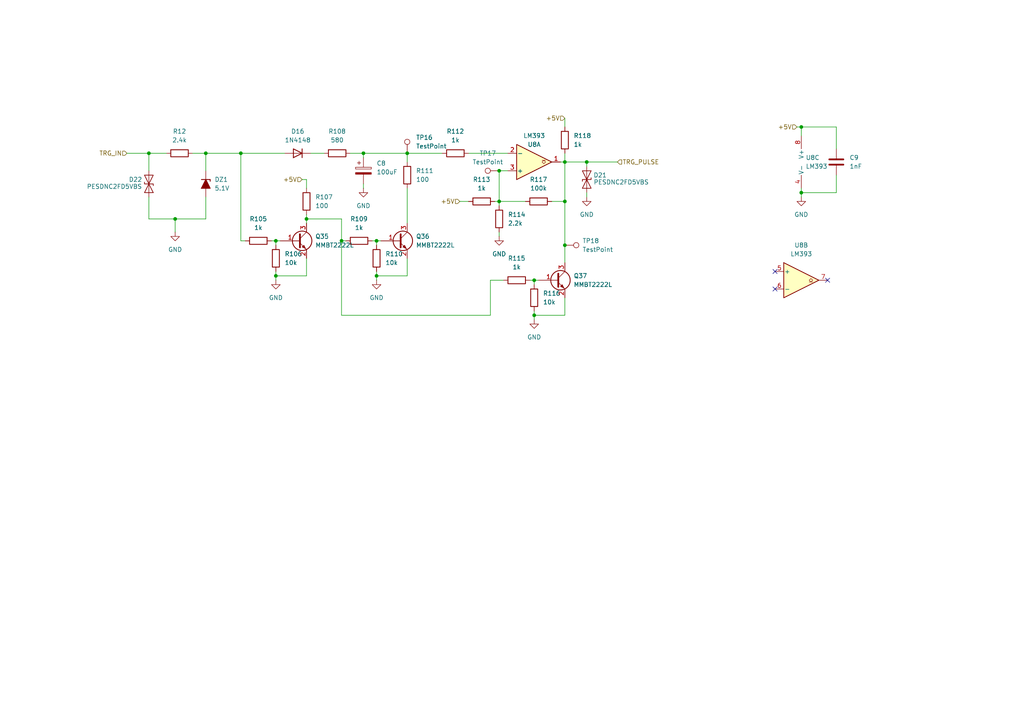
<source format=kicad_sch>
(kicad_sch
	(version 20231120)
	(generator "eeschema")
	(generator_version "8.0")
	(uuid "a7e8b452-67f3-49cf-a0df-b8819533684d")
	(paper "A4")
	(title_block
		(title "Centralina Pirotecnica")
		(date "2024-06-28")
		(rev "2.0")
	)
	(lib_symbols
		(symbol "Comparator:LM393"
			(pin_names
				(offset 0.127)
			)
			(exclude_from_sim no)
			(in_bom yes)
			(on_board yes)
			(property "Reference" "U"
				(at 3.81 3.81 0)
				(effects
					(font
						(size 1.27 1.27)
					)
				)
			)
			(property "Value" "LM393"
				(at 6.35 -3.81 0)
				(effects
					(font
						(size 1.27 1.27)
					)
				)
			)
			(property "Footprint" ""
				(at 0 0 0)
				(effects
					(font
						(size 1.27 1.27)
					)
					(hide yes)
				)
			)
			(property "Datasheet" "http://www.ti.com/lit/ds/symlink/lm393.pdf"
				(at 0 0 0)
				(effects
					(font
						(size 1.27 1.27)
					)
					(hide yes)
				)
			)
			(property "Description" "Low-Power, Low-Offset Voltage, Dual Comparators, DIP-8/SOIC-8/TO-99-8"
				(at 0 0 0)
				(effects
					(font
						(size 1.27 1.27)
					)
					(hide yes)
				)
			)
			(property "ki_locked" ""
				(at 0 0 0)
				(effects
					(font
						(size 1.27 1.27)
					)
				)
			)
			(property "ki_keywords" "cmp open collector"
				(at 0 0 0)
				(effects
					(font
						(size 1.27 1.27)
					)
					(hide yes)
				)
			)
			(property "ki_fp_filters" "SOIC*3.9x4.9mm*P1.27mm* DIP*W7.62mm* SOP*5.28x5.23mm*P1.27mm* VSSOP*3x3mm*P0.65mm* TSSOP*4.4x3mm*P0.65mm*"
				(at 0 0 0)
				(effects
					(font
						(size 1.27 1.27)
					)
					(hide yes)
				)
			)
			(symbol "LM393_1_1"
				(polyline
					(pts
						(xy -5.08 5.08) (xy 5.08 0) (xy -5.08 -5.08) (xy -5.08 5.08)
					)
					(stroke
						(width 0.254)
						(type default)
					)
					(fill
						(type background)
					)
				)
				(polyline
					(pts
						(xy 3.302 -0.508) (xy 2.794 -0.508) (xy 3.302 0) (xy 2.794 0.508) (xy 2.286 0) (xy 2.794 -0.508)
						(xy 2.286 -0.508)
					)
					(stroke
						(width 0.127)
						(type default)
					)
					(fill
						(type none)
					)
				)
				(pin open_collector line
					(at 7.62 0 180)
					(length 2.54)
					(name "~"
						(effects
							(font
								(size 1.27 1.27)
							)
						)
					)
					(number "1"
						(effects
							(font
								(size 1.27 1.27)
							)
						)
					)
				)
				(pin input line
					(at -7.62 -2.54 0)
					(length 2.54)
					(name "-"
						(effects
							(font
								(size 1.27 1.27)
							)
						)
					)
					(number "2"
						(effects
							(font
								(size 1.27 1.27)
							)
						)
					)
				)
				(pin input line
					(at -7.62 2.54 0)
					(length 2.54)
					(name "+"
						(effects
							(font
								(size 1.27 1.27)
							)
						)
					)
					(number "3"
						(effects
							(font
								(size 1.27 1.27)
							)
						)
					)
				)
			)
			(symbol "LM393_2_1"
				(polyline
					(pts
						(xy -5.08 5.08) (xy 5.08 0) (xy -5.08 -5.08) (xy -5.08 5.08)
					)
					(stroke
						(width 0.254)
						(type default)
					)
					(fill
						(type background)
					)
				)
				(polyline
					(pts
						(xy 3.302 -0.508) (xy 2.794 -0.508) (xy 3.302 0) (xy 2.794 0.508) (xy 2.286 0) (xy 2.794 -0.508)
						(xy 2.286 -0.508)
					)
					(stroke
						(width 0.127)
						(type default)
					)
					(fill
						(type none)
					)
				)
				(pin input line
					(at -7.62 2.54 0)
					(length 2.54)
					(name "+"
						(effects
							(font
								(size 1.27 1.27)
							)
						)
					)
					(number "5"
						(effects
							(font
								(size 1.27 1.27)
							)
						)
					)
				)
				(pin input line
					(at -7.62 -2.54 0)
					(length 2.54)
					(name "-"
						(effects
							(font
								(size 1.27 1.27)
							)
						)
					)
					(number "6"
						(effects
							(font
								(size 1.27 1.27)
							)
						)
					)
				)
				(pin open_collector line
					(at 7.62 0 180)
					(length 2.54)
					(name "~"
						(effects
							(font
								(size 1.27 1.27)
							)
						)
					)
					(number "7"
						(effects
							(font
								(size 1.27 1.27)
							)
						)
					)
				)
			)
			(symbol "LM393_3_1"
				(pin power_in line
					(at -2.54 -7.62 90)
					(length 3.81)
					(name "V-"
						(effects
							(font
								(size 1.27 1.27)
							)
						)
					)
					(number "4"
						(effects
							(font
								(size 1.27 1.27)
							)
						)
					)
				)
				(pin power_in line
					(at -2.54 7.62 270)
					(length 3.81)
					(name "V+"
						(effects
							(font
								(size 1.27 1.27)
							)
						)
					)
					(number "8"
						(effects
							(font
								(size 1.27 1.27)
							)
						)
					)
				)
			)
		)
		(symbol "Connector:TestPoint"
			(pin_numbers hide)
			(pin_names
				(offset 0.762) hide)
			(exclude_from_sim no)
			(in_bom yes)
			(on_board yes)
			(property "Reference" "TP"
				(at 0 6.858 0)
				(effects
					(font
						(size 1.27 1.27)
					)
				)
			)
			(property "Value" "TestPoint"
				(at 0 5.08 0)
				(effects
					(font
						(size 1.27 1.27)
					)
				)
			)
			(property "Footprint" ""
				(at 5.08 0 0)
				(effects
					(font
						(size 1.27 1.27)
					)
					(hide yes)
				)
			)
			(property "Datasheet" "~"
				(at 5.08 0 0)
				(effects
					(font
						(size 1.27 1.27)
					)
					(hide yes)
				)
			)
			(property "Description" "test point"
				(at 0 0 0)
				(effects
					(font
						(size 1.27 1.27)
					)
					(hide yes)
				)
			)
			(property "ki_keywords" "test point tp"
				(at 0 0 0)
				(effects
					(font
						(size 1.27 1.27)
					)
					(hide yes)
				)
			)
			(property "ki_fp_filters" "Pin* Test*"
				(at 0 0 0)
				(effects
					(font
						(size 1.27 1.27)
					)
					(hide yes)
				)
			)
			(symbol "TestPoint_0_1"
				(circle
					(center 0 3.302)
					(radius 0.762)
					(stroke
						(width 0)
						(type default)
					)
					(fill
						(type none)
					)
				)
			)
			(symbol "TestPoint_1_1"
				(pin passive line
					(at 0 0 90)
					(length 2.54)
					(name "1"
						(effects
							(font
								(size 1.27 1.27)
							)
						)
					)
					(number "1"
						(effects
							(font
								(size 1.27 1.27)
							)
						)
					)
				)
			)
		)
		(symbol "Device:C"
			(pin_numbers hide)
			(pin_names
				(offset 0.254)
			)
			(exclude_from_sim no)
			(in_bom yes)
			(on_board yes)
			(property "Reference" "C"
				(at 0.635 2.54 0)
				(effects
					(font
						(size 1.27 1.27)
					)
					(justify left)
				)
			)
			(property "Value" "C"
				(at 0.635 -2.54 0)
				(effects
					(font
						(size 1.27 1.27)
					)
					(justify left)
				)
			)
			(property "Footprint" ""
				(at 0.9652 -3.81 0)
				(effects
					(font
						(size 1.27 1.27)
					)
					(hide yes)
				)
			)
			(property "Datasheet" "~"
				(at 0 0 0)
				(effects
					(font
						(size 1.27 1.27)
					)
					(hide yes)
				)
			)
			(property "Description" "Unpolarized capacitor"
				(at 0 0 0)
				(effects
					(font
						(size 1.27 1.27)
					)
					(hide yes)
				)
			)
			(property "ki_keywords" "cap capacitor"
				(at 0 0 0)
				(effects
					(font
						(size 1.27 1.27)
					)
					(hide yes)
				)
			)
			(property "ki_fp_filters" "C_*"
				(at 0 0 0)
				(effects
					(font
						(size 1.27 1.27)
					)
					(hide yes)
				)
			)
			(symbol "C_0_1"
				(polyline
					(pts
						(xy -2.032 -0.762) (xy 2.032 -0.762)
					)
					(stroke
						(width 0.508)
						(type default)
					)
					(fill
						(type none)
					)
				)
				(polyline
					(pts
						(xy -2.032 0.762) (xy 2.032 0.762)
					)
					(stroke
						(width 0.508)
						(type default)
					)
					(fill
						(type none)
					)
				)
			)
			(symbol "C_1_1"
				(pin passive line
					(at 0 3.81 270)
					(length 2.794)
					(name "~"
						(effects
							(font
								(size 1.27 1.27)
							)
						)
					)
					(number "1"
						(effects
							(font
								(size 1.27 1.27)
							)
						)
					)
				)
				(pin passive line
					(at 0 -3.81 90)
					(length 2.794)
					(name "~"
						(effects
							(font
								(size 1.27 1.27)
							)
						)
					)
					(number "2"
						(effects
							(font
								(size 1.27 1.27)
							)
						)
					)
				)
			)
		)
		(symbol "Device:C_Polarized"
			(pin_numbers hide)
			(pin_names
				(offset 0.254)
			)
			(exclude_from_sim no)
			(in_bom yes)
			(on_board yes)
			(property "Reference" "C"
				(at 0.635 2.54 0)
				(effects
					(font
						(size 1.27 1.27)
					)
					(justify left)
				)
			)
			(property "Value" "C_Polarized"
				(at 0.635 -2.54 0)
				(effects
					(font
						(size 1.27 1.27)
					)
					(justify left)
				)
			)
			(property "Footprint" ""
				(at 0.9652 -3.81 0)
				(effects
					(font
						(size 1.27 1.27)
					)
					(hide yes)
				)
			)
			(property "Datasheet" "~"
				(at 0 0 0)
				(effects
					(font
						(size 1.27 1.27)
					)
					(hide yes)
				)
			)
			(property "Description" "Polarized capacitor"
				(at 0 0 0)
				(effects
					(font
						(size 1.27 1.27)
					)
					(hide yes)
				)
			)
			(property "ki_keywords" "cap capacitor"
				(at 0 0 0)
				(effects
					(font
						(size 1.27 1.27)
					)
					(hide yes)
				)
			)
			(property "ki_fp_filters" "CP_*"
				(at 0 0 0)
				(effects
					(font
						(size 1.27 1.27)
					)
					(hide yes)
				)
			)
			(symbol "C_Polarized_0_1"
				(rectangle
					(start -2.286 0.508)
					(end 2.286 1.016)
					(stroke
						(width 0)
						(type default)
					)
					(fill
						(type none)
					)
				)
				(polyline
					(pts
						(xy -1.778 2.286) (xy -0.762 2.286)
					)
					(stroke
						(width 0)
						(type default)
					)
					(fill
						(type none)
					)
				)
				(polyline
					(pts
						(xy -1.27 2.794) (xy -1.27 1.778)
					)
					(stroke
						(width 0)
						(type default)
					)
					(fill
						(type none)
					)
				)
				(rectangle
					(start 2.286 -0.508)
					(end -2.286 -1.016)
					(stroke
						(width 0)
						(type default)
					)
					(fill
						(type outline)
					)
				)
			)
			(symbol "C_Polarized_1_1"
				(pin passive line
					(at 0 3.81 270)
					(length 2.794)
					(name "~"
						(effects
							(font
								(size 1.27 1.27)
							)
						)
					)
					(number "1"
						(effects
							(font
								(size 1.27 1.27)
							)
						)
					)
				)
				(pin passive line
					(at 0 -3.81 90)
					(length 2.794)
					(name "~"
						(effects
							(font
								(size 1.27 1.27)
							)
						)
					)
					(number "2"
						(effects
							(font
								(size 1.27 1.27)
							)
						)
					)
				)
			)
		)
		(symbol "Device:D"
			(pin_numbers hide)
			(pin_names
				(offset 1.016) hide)
			(exclude_from_sim no)
			(in_bom yes)
			(on_board yes)
			(property "Reference" "D"
				(at 0 2.54 0)
				(effects
					(font
						(size 1.27 1.27)
					)
				)
			)
			(property "Value" "D"
				(at 0 -2.54 0)
				(effects
					(font
						(size 1.27 1.27)
					)
				)
			)
			(property "Footprint" ""
				(at 0 0 0)
				(effects
					(font
						(size 1.27 1.27)
					)
					(hide yes)
				)
			)
			(property "Datasheet" "~"
				(at 0 0 0)
				(effects
					(font
						(size 1.27 1.27)
					)
					(hide yes)
				)
			)
			(property "Description" "Diode"
				(at 0 0 0)
				(effects
					(font
						(size 1.27 1.27)
					)
					(hide yes)
				)
			)
			(property "Sim.Device" "D"
				(at 0 0 0)
				(effects
					(font
						(size 1.27 1.27)
					)
					(hide yes)
				)
			)
			(property "Sim.Pins" "1=K 2=A"
				(at 0 0 0)
				(effects
					(font
						(size 1.27 1.27)
					)
					(hide yes)
				)
			)
			(property "ki_keywords" "diode"
				(at 0 0 0)
				(effects
					(font
						(size 1.27 1.27)
					)
					(hide yes)
				)
			)
			(property "ki_fp_filters" "TO-???* *_Diode_* *SingleDiode* D_*"
				(at 0 0 0)
				(effects
					(font
						(size 1.27 1.27)
					)
					(hide yes)
				)
			)
			(symbol "D_0_1"
				(polyline
					(pts
						(xy -1.27 1.27) (xy -1.27 -1.27)
					)
					(stroke
						(width 0.254)
						(type default)
					)
					(fill
						(type none)
					)
				)
				(polyline
					(pts
						(xy 1.27 0) (xy -1.27 0)
					)
					(stroke
						(width 0)
						(type default)
					)
					(fill
						(type none)
					)
				)
				(polyline
					(pts
						(xy 1.27 1.27) (xy 1.27 -1.27) (xy -1.27 0) (xy 1.27 1.27)
					)
					(stroke
						(width 0.254)
						(type default)
					)
					(fill
						(type none)
					)
				)
			)
			(symbol "D_1_1"
				(pin passive line
					(at -3.81 0 0)
					(length 2.54)
					(name "K"
						(effects
							(font
								(size 1.27 1.27)
							)
						)
					)
					(number "1"
						(effects
							(font
								(size 1.27 1.27)
							)
						)
					)
				)
				(pin passive line
					(at 3.81 0 180)
					(length 2.54)
					(name "A"
						(effects
							(font
								(size 1.27 1.27)
							)
						)
					)
					(number "2"
						(effects
							(font
								(size 1.27 1.27)
							)
						)
					)
				)
			)
		)
		(symbol "Device:R"
			(pin_numbers hide)
			(pin_names
				(offset 0)
			)
			(exclude_from_sim no)
			(in_bom yes)
			(on_board yes)
			(property "Reference" "R"
				(at 2.032 0 90)
				(effects
					(font
						(size 1.27 1.27)
					)
				)
			)
			(property "Value" "R"
				(at 0 0 90)
				(effects
					(font
						(size 1.27 1.27)
					)
				)
			)
			(property "Footprint" ""
				(at -1.778 0 90)
				(effects
					(font
						(size 1.27 1.27)
					)
					(hide yes)
				)
			)
			(property "Datasheet" "~"
				(at 0 0 0)
				(effects
					(font
						(size 1.27 1.27)
					)
					(hide yes)
				)
			)
			(property "Description" "Resistor"
				(at 0 0 0)
				(effects
					(font
						(size 1.27 1.27)
					)
					(hide yes)
				)
			)
			(property "ki_keywords" "R res resistor"
				(at 0 0 0)
				(effects
					(font
						(size 1.27 1.27)
					)
					(hide yes)
				)
			)
			(property "ki_fp_filters" "R_*"
				(at 0 0 0)
				(effects
					(font
						(size 1.27 1.27)
					)
					(hide yes)
				)
			)
			(symbol "R_0_1"
				(rectangle
					(start -1.016 -2.54)
					(end 1.016 2.54)
					(stroke
						(width 0.254)
						(type default)
					)
					(fill
						(type none)
					)
				)
			)
			(symbol "R_1_1"
				(pin passive line
					(at 0 3.81 270)
					(length 1.27)
					(name "~"
						(effects
							(font
								(size 1.27 1.27)
							)
						)
					)
					(number "1"
						(effects
							(font
								(size 1.27 1.27)
							)
						)
					)
				)
				(pin passive line
					(at 0 -3.81 90)
					(length 1.27)
					(name "~"
						(effects
							(font
								(size 1.27 1.27)
							)
						)
					)
					(number "2"
						(effects
							(font
								(size 1.27 1.27)
							)
						)
					)
				)
			)
		)
		(symbol "Diode:ESD9B3.3ST5G"
			(pin_numbers hide)
			(pin_names
				(offset 1.016) hide)
			(exclude_from_sim no)
			(in_bom yes)
			(on_board yes)
			(property "Reference" "D"
				(at 0 2.54 0)
				(effects
					(font
						(size 1.27 1.27)
					)
				)
			)
			(property "Value" "ESD9B3.3ST5G"
				(at 0 -2.54 0)
				(effects
					(font
						(size 1.27 1.27)
					)
				)
			)
			(property "Footprint" "Diode_SMD:D_SOD-923"
				(at 0 0 0)
				(effects
					(font
						(size 1.27 1.27)
					)
					(hide yes)
				)
			)
			(property "Datasheet" "https://www.onsemi.com/pub/Collateral/ESD9B-D.PDF"
				(at 0 0 0)
				(effects
					(font
						(size 1.27 1.27)
					)
					(hide yes)
				)
			)
			(property "Description" "ESD protection diode, 3.3Vrwm, SOD-923"
				(at 0 0 0)
				(effects
					(font
						(size 1.27 1.27)
					)
					(hide yes)
				)
			)
			(property "ki_keywords" "diode TVS ESD"
				(at 0 0 0)
				(effects
					(font
						(size 1.27 1.27)
					)
					(hide yes)
				)
			)
			(property "ki_fp_filters" "D*SOD?923*"
				(at 0 0 0)
				(effects
					(font
						(size 1.27 1.27)
					)
					(hide yes)
				)
			)
			(symbol "ESD9B3.3ST5G_0_1"
				(polyline
					(pts
						(xy 1.27 0) (xy -1.27 0)
					)
					(stroke
						(width 0)
						(type default)
					)
					(fill
						(type none)
					)
				)
				(polyline
					(pts
						(xy -2.54 -1.27) (xy 0 0) (xy -2.54 1.27) (xy -2.54 -1.27)
					)
					(stroke
						(width 0.2032)
						(type default)
					)
					(fill
						(type none)
					)
				)
				(polyline
					(pts
						(xy 0.508 1.27) (xy 0 1.27) (xy 0 -1.27) (xy -0.508 -1.27)
					)
					(stroke
						(width 0.2032)
						(type default)
					)
					(fill
						(type none)
					)
				)
				(polyline
					(pts
						(xy 2.54 1.27) (xy 2.54 -1.27) (xy 0 0) (xy 2.54 1.27)
					)
					(stroke
						(width 0.2032)
						(type default)
					)
					(fill
						(type none)
					)
				)
			)
			(symbol "ESD9B3.3ST5G_1_1"
				(pin passive line
					(at -3.81 0 0)
					(length 2.54)
					(name "A1"
						(effects
							(font
								(size 1.27 1.27)
							)
						)
					)
					(number "1"
						(effects
							(font
								(size 1.27 1.27)
							)
						)
					)
				)
				(pin passive line
					(at 3.81 0 180)
					(length 2.54)
					(name "A2"
						(effects
							(font
								(size 1.27 1.27)
							)
						)
					)
					(number "2"
						(effects
							(font
								(size 1.27 1.27)
							)
						)
					)
				)
			)
		)
		(symbol "PCM_Diode_Zener_AKL:D_Zener_Generic"
			(pin_numbers hide)
			(pin_names
				(offset 1.016) hide)
			(exclude_from_sim no)
			(in_bom yes)
			(on_board yes)
			(property "Reference" "DZ"
				(at 0 5.08 0)
				(effects
					(font
						(size 1.27 1.27)
					)
				)
			)
			(property "Value" "D_Zener_Generic"
				(at 0 2.54 0)
				(effects
					(font
						(size 1.27 1.27)
					)
				)
			)
			(property "Footprint" ""
				(at 0 0 0)
				(effects
					(font
						(size 1.27 1.27)
					)
					(hide yes)
				)
			)
			(property "Datasheet" "~"
				(at 0 0 0)
				(effects
					(font
						(size 1.27 1.27)
					)
					(hide yes)
				)
			)
			(property "Description" "Zener diode, generic symbol, Alternate KiCAD Library"
				(at 0 0 0)
				(effects
					(font
						(size 1.27 1.27)
					)
					(hide yes)
				)
			)
			(property "ki_keywords" "diode zener generic"
				(at 0 0 0)
				(effects
					(font
						(size 1.27 1.27)
					)
					(hide yes)
				)
			)
			(property "ki_fp_filters" "TO-???* *_Diode_* *SingleDiode* D_*"
				(at 0 0 0)
				(effects
					(font
						(size 1.27 1.27)
					)
					(hide yes)
				)
			)
			(symbol "D_Zener_Generic_0_1"
				(polyline
					(pts
						(xy -1.27 0) (xy 1.27 0)
					)
					(stroke
						(width 0)
						(type default)
					)
					(fill
						(type none)
					)
				)
				(polyline
					(pts
						(xy 1.27 1.27) (xy 0.762 1.27)
					)
					(stroke
						(width 0.254)
						(type default)
					)
					(fill
						(type none)
					)
				)
				(polyline
					(pts
						(xy 1.27 1.27) (xy 1.27 -1.27)
					)
					(stroke
						(width 0.254)
						(type default)
					)
					(fill
						(type none)
					)
				)
				(polyline
					(pts
						(xy -1.27 -1.27) (xy -1.27 1.27) (xy 1.27 0) (xy -1.27 -1.27)
					)
					(stroke
						(width 0.254)
						(type default)
					)
					(fill
						(type outline)
					)
				)
			)
			(symbol "D_Zener_Generic_1_1"
				(pin passive line
					(at 3.81 0 180)
					(length 2.54)
					(name "K"
						(effects
							(font
								(size 1.27 1.27)
							)
						)
					)
					(number "1"
						(effects
							(font
								(size 1.27 1.27)
							)
						)
					)
				)
				(pin passive line
					(at -3.81 0 0)
					(length 2.54)
					(name "A"
						(effects
							(font
								(size 1.27 1.27)
							)
						)
					)
					(number "2"
						(effects
							(font
								(size 1.27 1.27)
							)
						)
					)
				)
			)
		)
		(symbol "Transistor_BJT_SOT-23:2N2219"
			(pin_names
				(offset 0) hide)
			(exclude_from_sim no)
			(in_bom yes)
			(on_board yes)
			(property "Reference" "Q"
				(at 5.08 1.905 0)
				(effects
					(font
						(size 1.27 1.27)
					)
					(justify left)
				)
			)
			(property "Value" "2N2219"
				(at 5.08 0 0)
				(effects
					(font
						(size 1.27 1.27)
					)
					(justify left)
				)
			)
			(property "Footprint" "Package_TO_SOT_THT:TO-39-3"
				(at 5.08 -1.905 0)
				(effects
					(font
						(size 1.27 1.27)
						(italic yes)
					)
					(justify left)
					(hide yes)
				)
			)
			(property "Datasheet" "http://www.onsemi.com/pub_link/Collateral/2N2219-D.PDF"
				(at 0 0 0)
				(effects
					(font
						(size 1.27 1.27)
					)
					(justify left)
					(hide yes)
				)
			)
			(property "Description" "800mA Ic, 50V Vce, NPN Transistor, TO-39"
				(at 0 0 0)
				(effects
					(font
						(size 1.27 1.27)
					)
					(hide yes)
				)
			)
			(property "ki_keywords" "NPN Transistor"
				(at 0 0 0)
				(effects
					(font
						(size 1.27 1.27)
					)
					(hide yes)
				)
			)
			(property "ki_fp_filters" "TO?39*"
				(at 0 0 0)
				(effects
					(font
						(size 1.27 1.27)
					)
					(hide yes)
				)
			)
			(symbol "2N2219_0_1"
				(polyline
					(pts
						(xy 0.635 0.635) (xy 2.54 2.54)
					)
					(stroke
						(width 0)
						(type default)
					)
					(fill
						(type none)
					)
				)
				(polyline
					(pts
						(xy 0.635 -0.635) (xy 2.54 -2.54) (xy 2.54 -2.54)
					)
					(stroke
						(width 0)
						(type default)
					)
					(fill
						(type none)
					)
				)
				(polyline
					(pts
						(xy 0.635 1.905) (xy 0.635 -1.905) (xy 0.635 -1.905)
					)
					(stroke
						(width 0.508)
						(type default)
					)
					(fill
						(type none)
					)
				)
				(polyline
					(pts
						(xy 1.27 -1.778) (xy 1.778 -1.27) (xy 2.286 -2.286) (xy 1.27 -1.778) (xy 1.27 -1.778)
					)
					(stroke
						(width 0)
						(type default)
					)
					(fill
						(type outline)
					)
				)
				(circle
					(center 1.27 0)
					(radius 2.8194)
					(stroke
						(width 0.254)
						(type default)
					)
					(fill
						(type none)
					)
				)
			)
			(symbol "2N2219_1_1"
				(pin passive line
					(at -5.08 0 0)
					(length 5.715)
					(name "B"
						(effects
							(font
								(size 1.27 1.27)
							)
						)
					)
					(number "1"
						(effects
							(font
								(size 1.27 1.27)
							)
						)
					)
				)
				(pin passive line
					(at 2.54 -5.08 90)
					(length 2.54)
					(name "E"
						(effects
							(font
								(size 1.27 1.27)
							)
						)
					)
					(number "2"
						(effects
							(font
								(size 1.27 1.27)
							)
						)
					)
				)
				(pin passive line
					(at 2.54 5.08 270)
					(length 2.54)
					(name "C"
						(effects
							(font
								(size 1.27 1.27)
							)
						)
					)
					(number "3"
						(effects
							(font
								(size 1.27 1.27)
							)
						)
					)
				)
			)
		)
		(symbol "power:GND"
			(power)
			(pin_numbers hide)
			(pin_names
				(offset 0) hide)
			(exclude_from_sim no)
			(in_bom yes)
			(on_board yes)
			(property "Reference" "#PWR"
				(at 0 -6.35 0)
				(effects
					(font
						(size 1.27 1.27)
					)
					(hide yes)
				)
			)
			(property "Value" "GND"
				(at 0 -3.81 0)
				(effects
					(font
						(size 1.27 1.27)
					)
				)
			)
			(property "Footprint" ""
				(at 0 0 0)
				(effects
					(font
						(size 1.27 1.27)
					)
					(hide yes)
				)
			)
			(property "Datasheet" ""
				(at 0 0 0)
				(effects
					(font
						(size 1.27 1.27)
					)
					(hide yes)
				)
			)
			(property "Description" "Power symbol creates a global label with name \"GND\" , ground"
				(at 0 0 0)
				(effects
					(font
						(size 1.27 1.27)
					)
					(hide yes)
				)
			)
			(property "ki_keywords" "global power"
				(at 0 0 0)
				(effects
					(font
						(size 1.27 1.27)
					)
					(hide yes)
				)
			)
			(symbol "GND_0_1"
				(polyline
					(pts
						(xy 0 0) (xy 0 -1.27) (xy 1.27 -1.27) (xy 0 -2.54) (xy -1.27 -1.27) (xy 0 -1.27)
					)
					(stroke
						(width 0)
						(type default)
					)
					(fill
						(type none)
					)
				)
			)
			(symbol "GND_1_1"
				(pin power_in line
					(at 0 0 270)
					(length 0)
					(name "~"
						(effects
							(font
								(size 1.27 1.27)
							)
						)
					)
					(number "1"
						(effects
							(font
								(size 1.27 1.27)
							)
						)
					)
				)
			)
		)
	)
	(junction
		(at 144.78 49.53)
		(diameter 0)
		(color 0 0 0 0)
		(uuid "011d7282-145f-400c-aca3-e156cf717dc8")
	)
	(junction
		(at 154.94 81.28)
		(diameter 0)
		(color 0 0 0 0)
		(uuid "0b5751ca-5bda-4aba-a97f-f3ca7cf5b7a2")
	)
	(junction
		(at 170.18 46.99)
		(diameter 0)
		(color 0 0 0 0)
		(uuid "17448067-32d3-47fc-8010-c734399687ae")
	)
	(junction
		(at 69.85 44.45)
		(diameter 0)
		(color 0 0 0 0)
		(uuid "1cc7f6a9-d440-4631-99fd-8e7d30aa738e")
	)
	(junction
		(at 232.41 36.83)
		(diameter 0)
		(color 0 0 0 0)
		(uuid "20088eac-3ef8-4139-9d6d-58d32328784d")
	)
	(junction
		(at 144.78 58.42)
		(diameter 0)
		(color 0 0 0 0)
		(uuid "36d65b38-8c19-461d-b6a3-2363cb425bc1")
	)
	(junction
		(at 59.69 44.45)
		(diameter 0)
		(color 0 0 0 0)
		(uuid "3b6cd041-b7c9-4ca1-aaf5-5b840f4c69c0")
	)
	(junction
		(at 163.83 58.42)
		(diameter 0)
		(color 0 0 0 0)
		(uuid "6092925e-afcb-4d79-9b09-a745175846bc")
	)
	(junction
		(at 163.83 71.12)
		(diameter 0)
		(color 0 0 0 0)
		(uuid "615b4d7d-a375-4959-a724-dc55f5358c08")
	)
	(junction
		(at 43.18 44.45)
		(diameter 0)
		(color 0 0 0 0)
		(uuid "64a3d0fd-e6b8-4d80-b073-bbaa4ea8fb82")
	)
	(junction
		(at 154.94 91.44)
		(diameter 0)
		(color 0 0 0 0)
		(uuid "66d8d009-fcff-4224-adf4-edb3ae48dec1")
	)
	(junction
		(at 88.9 63.5)
		(diameter 0)
		(color 0 0 0 0)
		(uuid "6c6856cf-8b2d-42a4-99f8-8c3a6bc370b8")
	)
	(junction
		(at 232.41 55.88)
		(diameter 0)
		(color 0 0 0 0)
		(uuid "6d8fbea2-c1f1-4b2f-bc95-6082ead2cc75")
	)
	(junction
		(at 163.83 46.99)
		(diameter 0)
		(color 0 0 0 0)
		(uuid "8ccb74e5-2aa4-4655-9252-94908852deda")
	)
	(junction
		(at 80.01 80.01)
		(diameter 0)
		(color 0 0 0 0)
		(uuid "90522e00-4285-43ab-8275-83b7290657c1")
	)
	(junction
		(at 80.01 69.85)
		(diameter 0)
		(color 0 0 0 0)
		(uuid "a9bed6ec-6b54-44e8-90ca-0660d1112cb9")
	)
	(junction
		(at 99.06 69.85)
		(diameter 0)
		(color 0 0 0 0)
		(uuid "ce215e2b-ad90-48ff-96d0-75d2d3aefc75")
	)
	(junction
		(at 50.8 63.5)
		(diameter 0)
		(color 0 0 0 0)
		(uuid "d157562f-cbcd-4534-8207-a727f4d8aa49")
	)
	(junction
		(at 105.41 44.45)
		(diameter 0)
		(color 0 0 0 0)
		(uuid "daf5559f-9566-4f39-8d2a-eabe10362d46")
	)
	(junction
		(at 109.22 80.01)
		(diameter 0)
		(color 0 0 0 0)
		(uuid "e46caeb0-4227-4a2a-8693-ef4dd8057dcf")
	)
	(junction
		(at 118.11 44.45)
		(diameter 0)
		(color 0 0 0 0)
		(uuid "f900a409-4414-4baf-a1e8-2f5b4c6fb25c")
	)
	(junction
		(at 109.22 69.85)
		(diameter 0)
		(color 0 0 0 0)
		(uuid "fcef18b7-990e-48d2-b1ed-dda74664df98")
	)
	(no_connect
		(at 224.79 83.82)
		(uuid "c11b5b37-dcda-4be0-8b61-7547972e043b")
	)
	(no_connect
		(at 240.03 81.28)
		(uuid "e3737656-12a1-4657-84dd-1d96f603a878")
	)
	(no_connect
		(at 224.79 78.74)
		(uuid "ed7b92c2-a58b-4d53-930f-bbfa0774e0a5")
	)
	(wire
		(pts
			(xy 99.06 91.44) (xy 99.06 69.85)
		)
		(stroke
			(width 0)
			(type default)
		)
		(uuid "038078a0-20c6-411d-9c06-866ed06ee6b2")
	)
	(wire
		(pts
			(xy 144.78 67.31) (xy 144.78 68.58)
		)
		(stroke
			(width 0)
			(type default)
		)
		(uuid "0d294711-8739-47b3-aba8-03e6d6fba145")
	)
	(wire
		(pts
			(xy 153.67 81.28) (xy 154.94 81.28)
		)
		(stroke
			(width 0)
			(type default)
		)
		(uuid "0ea10f76-626f-4c5a-8891-c4f1d03ee57b")
	)
	(wire
		(pts
			(xy 118.11 74.93) (xy 118.11 80.01)
		)
		(stroke
			(width 0)
			(type default)
		)
		(uuid "0ebfc191-f8d3-4b3a-8d38-6ebe61b2e67d")
	)
	(wire
		(pts
			(xy 170.18 46.99) (xy 179.07 46.99)
		)
		(stroke
			(width 0)
			(type default)
		)
		(uuid "111be050-2ed7-4ea5-ba00-f48e6c76e903")
	)
	(wire
		(pts
			(xy 142.24 91.44) (xy 99.06 91.44)
		)
		(stroke
			(width 0)
			(type default)
		)
		(uuid "12338116-c456-4f28-b0d9-5355e4bc62dd")
	)
	(wire
		(pts
			(xy 80.01 69.85) (xy 81.28 69.85)
		)
		(stroke
			(width 0)
			(type default)
		)
		(uuid "127cb5ef-5f54-42f6-a7f6-1f43ea352a2d")
	)
	(wire
		(pts
			(xy 118.11 44.45) (xy 128.27 44.45)
		)
		(stroke
			(width 0)
			(type default)
		)
		(uuid "12cfd48c-bcc0-481c-9124-ebd5b1df687f")
	)
	(wire
		(pts
			(xy 90.17 44.45) (xy 93.98 44.45)
		)
		(stroke
			(width 0)
			(type default)
		)
		(uuid "14fca2a4-76e8-403d-b5dd-70968a0c71da")
	)
	(wire
		(pts
			(xy 170.18 55.88) (xy 170.18 57.15)
		)
		(stroke
			(width 0)
			(type default)
		)
		(uuid "1c807bf4-96d4-40b0-971d-48c9f4c643f0")
	)
	(wire
		(pts
			(xy 99.06 69.85) (xy 99.06 63.5)
		)
		(stroke
			(width 0)
			(type default)
		)
		(uuid "1ec20f58-c568-4823-9012-3785ff4bfb98")
	)
	(wire
		(pts
			(xy 80.01 80.01) (xy 80.01 78.74)
		)
		(stroke
			(width 0)
			(type default)
		)
		(uuid "21a97907-b20c-4a22-b05c-eb846cd93e34")
	)
	(wire
		(pts
			(xy 242.57 43.18) (xy 242.57 36.83)
		)
		(stroke
			(width 0)
			(type default)
		)
		(uuid "25c01868-4d84-495b-a125-28a7c1b47e04")
	)
	(wire
		(pts
			(xy 69.85 44.45) (xy 69.85 69.85)
		)
		(stroke
			(width 0)
			(type default)
		)
		(uuid "25d623c5-ae7e-446e-925e-05b6c22fadfd")
	)
	(wire
		(pts
			(xy 242.57 36.83) (xy 232.41 36.83)
		)
		(stroke
			(width 0)
			(type default)
		)
		(uuid "293e0616-9269-4e99-bae9-cfc9cf51860a")
	)
	(wire
		(pts
			(xy 231.14 36.83) (xy 232.41 36.83)
		)
		(stroke
			(width 0)
			(type default)
		)
		(uuid "302a76d7-d29f-48d1-80fc-ade0435ecbd9")
	)
	(wire
		(pts
			(xy 135.89 44.45) (xy 147.32 44.45)
		)
		(stroke
			(width 0)
			(type default)
		)
		(uuid "31a97fd3-37e4-42da-a681-7c7c584e733a")
	)
	(wire
		(pts
			(xy 43.18 44.45) (xy 48.26 44.45)
		)
		(stroke
			(width 0)
			(type default)
		)
		(uuid "37775400-a54a-4b2b-827b-d146688139cb")
	)
	(wire
		(pts
			(xy 50.8 63.5) (xy 50.8 67.31)
		)
		(stroke
			(width 0)
			(type default)
		)
		(uuid "3a17c4d1-62b5-4680-8306-86d5d783b00f")
	)
	(wire
		(pts
			(xy 118.11 54.61) (xy 118.11 64.77)
		)
		(stroke
			(width 0)
			(type default)
		)
		(uuid "421a76eb-62ac-421f-9c89-29c0065276fa")
	)
	(wire
		(pts
			(xy 80.01 69.85) (xy 80.01 71.12)
		)
		(stroke
			(width 0)
			(type default)
		)
		(uuid "422b9205-1315-4cc8-9d2e-80ba846c16ff")
	)
	(wire
		(pts
			(xy 55.88 44.45) (xy 59.69 44.45)
		)
		(stroke
			(width 0)
			(type default)
		)
		(uuid "4328eab2-e048-4020-a301-fc58cdfd1f5c")
	)
	(wire
		(pts
			(xy 78.74 69.85) (xy 80.01 69.85)
		)
		(stroke
			(width 0)
			(type default)
		)
		(uuid "491ecbf3-e33f-454e-9562-071514e9b377")
	)
	(wire
		(pts
			(xy 163.83 44.45) (xy 163.83 46.99)
		)
		(stroke
			(width 0)
			(type default)
		)
		(uuid "49eba3c8-aec4-443b-849e-17d3575058e9")
	)
	(wire
		(pts
			(xy 144.78 59.69) (xy 144.78 58.42)
		)
		(stroke
			(width 0)
			(type default)
		)
		(uuid "4b8e317a-8584-4ca7-aca4-b148270c0905")
	)
	(wire
		(pts
			(xy 163.83 86.36) (xy 163.83 91.44)
		)
		(stroke
			(width 0)
			(type default)
		)
		(uuid "4bb206e5-b2a6-4203-86f4-67d01790bb31")
	)
	(wire
		(pts
			(xy 163.83 58.42) (xy 163.83 71.12)
		)
		(stroke
			(width 0)
			(type default)
		)
		(uuid "4e2f4cf4-7a4f-407b-a66e-3ed391e88f49")
	)
	(wire
		(pts
			(xy 154.94 90.17) (xy 154.94 91.44)
		)
		(stroke
			(width 0)
			(type default)
		)
		(uuid "4f542406-0573-4fa1-9f7f-d3722022a6b4")
	)
	(wire
		(pts
			(xy 146.05 81.28) (xy 142.24 81.28)
		)
		(stroke
			(width 0)
			(type default)
		)
		(uuid "4f65e9e0-f201-4aa9-b0c9-af47007e699a")
	)
	(wire
		(pts
			(xy 232.41 36.83) (xy 232.41 39.37)
		)
		(stroke
			(width 0)
			(type default)
		)
		(uuid "53a3f011-b06f-475f-a396-830da391111a")
	)
	(wire
		(pts
			(xy 118.11 44.45) (xy 105.41 44.45)
		)
		(stroke
			(width 0)
			(type default)
		)
		(uuid "5d20788b-0e38-46b3-b3ff-075e86b2538a")
	)
	(wire
		(pts
			(xy 142.24 81.28) (xy 142.24 91.44)
		)
		(stroke
			(width 0)
			(type default)
		)
		(uuid "60a1c3f4-5b09-4735-88e1-fa2df47d771b")
	)
	(wire
		(pts
			(xy 107.95 69.85) (xy 109.22 69.85)
		)
		(stroke
			(width 0)
			(type default)
		)
		(uuid "60eec7a7-888a-406f-97fb-1c655c29b861")
	)
	(wire
		(pts
			(xy 144.78 58.42) (xy 152.4 58.42)
		)
		(stroke
			(width 0)
			(type default)
		)
		(uuid "62387d7a-7192-4228-9078-1437ba86fc80")
	)
	(wire
		(pts
			(xy 118.11 46.99) (xy 118.11 44.45)
		)
		(stroke
			(width 0)
			(type default)
		)
		(uuid "63dbf329-fc9c-4b81-a79c-219436b07100")
	)
	(wire
		(pts
			(xy 59.69 63.5) (xy 50.8 63.5)
		)
		(stroke
			(width 0)
			(type default)
		)
		(uuid "64907443-4756-46e6-afa2-8e0365d36e31")
	)
	(wire
		(pts
			(xy 69.85 44.45) (xy 82.55 44.45)
		)
		(stroke
			(width 0)
			(type default)
		)
		(uuid "65ad2631-c3f1-48fc-af4b-7f28f202b15c")
	)
	(wire
		(pts
			(xy 88.9 74.93) (xy 88.9 80.01)
		)
		(stroke
			(width 0)
			(type default)
		)
		(uuid "65e35e6f-ced4-4eeb-b839-612fa58148e5")
	)
	(wire
		(pts
			(xy 105.41 53.34) (xy 105.41 54.61)
		)
		(stroke
			(width 0)
			(type default)
		)
		(uuid "6911994d-1305-4ad4-ae05-a87eb5fe9ed8")
	)
	(wire
		(pts
			(xy 242.57 55.88) (xy 232.41 55.88)
		)
		(stroke
			(width 0)
			(type default)
		)
		(uuid "692792a5-982f-4c8a-a296-81907c2c93e1")
	)
	(wire
		(pts
			(xy 69.85 69.85) (xy 71.12 69.85)
		)
		(stroke
			(width 0)
			(type default)
		)
		(uuid "73717983-a6c0-46fd-846c-267895183efe")
	)
	(wire
		(pts
			(xy 143.51 58.42) (xy 144.78 58.42)
		)
		(stroke
			(width 0)
			(type default)
		)
		(uuid "7571fa9c-c591-4182-9fa9-8978ea037fea")
	)
	(wire
		(pts
			(xy 163.83 46.99) (xy 170.18 46.99)
		)
		(stroke
			(width 0)
			(type default)
		)
		(uuid "7d6a80ac-49f2-4344-a121-e0518bc04c8e")
	)
	(wire
		(pts
			(xy 80.01 80.01) (xy 80.01 81.28)
		)
		(stroke
			(width 0)
			(type default)
		)
		(uuid "80c98205-2e5c-473c-860e-704736f426ef")
	)
	(wire
		(pts
			(xy 154.94 81.28) (xy 154.94 82.55)
		)
		(stroke
			(width 0)
			(type default)
		)
		(uuid "84644fba-7fb4-46d9-a94c-4b085c572f67")
	)
	(wire
		(pts
			(xy 88.9 52.07) (xy 88.9 54.61)
		)
		(stroke
			(width 0)
			(type default)
		)
		(uuid "872c7781-cc78-4475-accf-9ec11d0cfda6")
	)
	(wire
		(pts
			(xy 163.83 46.99) (xy 162.56 46.99)
		)
		(stroke
			(width 0)
			(type default)
		)
		(uuid "8c3b0f6f-b7c7-4914-8d6a-ffc217dffdaa")
	)
	(wire
		(pts
			(xy 118.11 80.01) (xy 109.22 80.01)
		)
		(stroke
			(width 0)
			(type default)
		)
		(uuid "8f8552aa-decc-4b27-85c7-8d662c65b089")
	)
	(wire
		(pts
			(xy 133.35 58.42) (xy 135.89 58.42)
		)
		(stroke
			(width 0)
			(type default)
		)
		(uuid "8fa145bf-2270-40a2-9bb4-03281717da97")
	)
	(wire
		(pts
			(xy 163.83 71.12) (xy 163.83 76.2)
		)
		(stroke
			(width 0)
			(type default)
		)
		(uuid "90d435a3-353f-4273-a109-cb66cdf9ec98")
	)
	(wire
		(pts
			(xy 105.41 44.45) (xy 105.41 45.72)
		)
		(stroke
			(width 0)
			(type default)
		)
		(uuid "99b0f4cc-be66-4dc8-b567-c27fadba0e16")
	)
	(wire
		(pts
			(xy 144.78 49.53) (xy 147.32 49.53)
		)
		(stroke
			(width 0)
			(type default)
		)
		(uuid "9a56f0b8-e391-4cd0-b6cb-0613a7e901a9")
	)
	(wire
		(pts
			(xy 43.18 57.15) (xy 43.18 63.5)
		)
		(stroke
			(width 0)
			(type default)
		)
		(uuid "9c8ba6aa-d304-49e5-92b3-055ae0af6699")
	)
	(wire
		(pts
			(xy 100.33 69.85) (xy 99.06 69.85)
		)
		(stroke
			(width 0)
			(type default)
		)
		(uuid "9f93e55d-f0d9-430f-a75d-67b013419dd2")
	)
	(wire
		(pts
			(xy 43.18 63.5) (xy 50.8 63.5)
		)
		(stroke
			(width 0)
			(type default)
		)
		(uuid "a004d54d-de7d-481e-81b1-fda2d4697138")
	)
	(wire
		(pts
			(xy 109.22 69.85) (xy 110.49 69.85)
		)
		(stroke
			(width 0)
			(type default)
		)
		(uuid "a2e649b2-d298-40f0-9a3d-4e10bc496749")
	)
	(wire
		(pts
			(xy 101.6 44.45) (xy 105.41 44.45)
		)
		(stroke
			(width 0)
			(type default)
		)
		(uuid "b4886562-ede7-4ea6-9e75-976525fb4c01")
	)
	(wire
		(pts
			(xy 88.9 62.23) (xy 88.9 63.5)
		)
		(stroke
			(width 0)
			(type default)
		)
		(uuid "b87d5811-167c-47e0-8fb9-10352669d0ff")
	)
	(wire
		(pts
			(xy 154.94 81.28) (xy 156.21 81.28)
		)
		(stroke
			(width 0)
			(type default)
		)
		(uuid "c8d6c033-c0af-4fb8-aff1-01b9d385b76d")
	)
	(wire
		(pts
			(xy 242.57 50.8) (xy 242.57 55.88)
		)
		(stroke
			(width 0)
			(type default)
		)
		(uuid "cffc1763-1282-412f-8cc1-415d00b36b83")
	)
	(wire
		(pts
			(xy 163.83 91.44) (xy 154.94 91.44)
		)
		(stroke
			(width 0)
			(type default)
		)
		(uuid "d1176c1b-c87d-4fbb-a436-a4ce6855a64d")
	)
	(wire
		(pts
			(xy 88.9 63.5) (xy 88.9 64.77)
		)
		(stroke
			(width 0)
			(type default)
		)
		(uuid "d2d61085-8565-4caa-996f-7e2d4fd7447d")
	)
	(wire
		(pts
			(xy 88.9 80.01) (xy 80.01 80.01)
		)
		(stroke
			(width 0)
			(type default)
		)
		(uuid "d34fd483-2e04-4986-84ef-e98b01b4fc24")
	)
	(wire
		(pts
			(xy 99.06 63.5) (xy 88.9 63.5)
		)
		(stroke
			(width 0)
			(type default)
		)
		(uuid "d402f57d-c752-401f-8ba9-32da95df1ca5")
	)
	(wire
		(pts
			(xy 232.41 55.88) (xy 232.41 57.15)
		)
		(stroke
			(width 0)
			(type default)
		)
		(uuid "d51eccba-ec00-4b5c-8522-453f751788c3")
	)
	(wire
		(pts
			(xy 154.94 91.44) (xy 154.94 92.71)
		)
		(stroke
			(width 0)
			(type default)
		)
		(uuid "d68090a9-f06a-4ac4-ad67-6863f0f03407")
	)
	(wire
		(pts
			(xy 109.22 69.85) (xy 109.22 71.12)
		)
		(stroke
			(width 0)
			(type default)
		)
		(uuid "d6b5f7d2-f48f-41e7-9e00-4e3eaa95e81a")
	)
	(wire
		(pts
			(xy 109.22 78.74) (xy 109.22 80.01)
		)
		(stroke
			(width 0)
			(type default)
		)
		(uuid "dae152a8-4fd5-4ad0-bf75-f5a75da7e677")
	)
	(wire
		(pts
			(xy 163.83 34.29) (xy 163.83 36.83)
		)
		(stroke
			(width 0)
			(type default)
		)
		(uuid "ded73af0-52cd-4388-9bfb-b218e80a21b6")
	)
	(wire
		(pts
			(xy 163.83 46.99) (xy 163.83 58.42)
		)
		(stroke
			(width 0)
			(type default)
		)
		(uuid "dfcfbfe2-8502-4df5-80d2-3beaa761a1f8")
	)
	(wire
		(pts
			(xy 163.83 58.42) (xy 160.02 58.42)
		)
		(stroke
			(width 0)
			(type default)
		)
		(uuid "e10c76da-dd95-464d-8ee5-16088129980e")
	)
	(wire
		(pts
			(xy 43.18 44.45) (xy 43.18 49.53)
		)
		(stroke
			(width 0)
			(type default)
		)
		(uuid "e2114c7c-9ffc-44d2-9cf5-66bebadf063b")
	)
	(wire
		(pts
			(xy 59.69 57.15) (xy 59.69 63.5)
		)
		(stroke
			(width 0)
			(type default)
		)
		(uuid "e22ca06c-97d9-49e8-946b-561eaac71156")
	)
	(wire
		(pts
			(xy 59.69 44.45) (xy 69.85 44.45)
		)
		(stroke
			(width 0)
			(type default)
		)
		(uuid "e68484ef-a577-4b76-ac59-06f2bd760cdc")
	)
	(wire
		(pts
			(xy 59.69 44.45) (xy 59.69 49.53)
		)
		(stroke
			(width 0)
			(type default)
		)
		(uuid "e829a04f-4a3b-472f-852b-e1c36787c4e3")
	)
	(wire
		(pts
			(xy 232.41 54.61) (xy 232.41 55.88)
		)
		(stroke
			(width 0)
			(type default)
		)
		(uuid "ea65a3c2-3601-4a76-83e3-efcd11e515c1")
	)
	(wire
		(pts
			(xy 144.78 49.53) (xy 144.78 58.42)
		)
		(stroke
			(width 0)
			(type default)
		)
		(uuid "eb62f0b0-3d01-4569-982f-20ec628475e6")
	)
	(wire
		(pts
			(xy 87.63 52.07) (xy 88.9 52.07)
		)
		(stroke
			(width 0)
			(type default)
		)
		(uuid "ef6a4806-1543-4d25-b195-67bff0bf0351")
	)
	(wire
		(pts
			(xy 170.18 48.26) (xy 170.18 46.99)
		)
		(stroke
			(width 0)
			(type default)
		)
		(uuid "f5d5e56a-a4ef-4ff7-ac1e-793f2ebcf967")
	)
	(wire
		(pts
			(xy 36.83 44.45) (xy 43.18 44.45)
		)
		(stroke
			(width 0)
			(type default)
		)
		(uuid "fd49759f-9bf9-4315-a79d-76d20c6a252f")
	)
	(wire
		(pts
			(xy 109.22 80.01) (xy 109.22 81.28)
		)
		(stroke
			(width 0)
			(type default)
		)
		(uuid "fe25cedc-681c-4027-a702-b76029dbe9c4")
	)
	(hierarchical_label "+5V"
		(shape input)
		(at 231.14 36.83 180)
		(fields_autoplaced yes)
		(effects
			(font
				(size 1.27 1.27)
			)
			(justify right)
		)
		(uuid "20704108-8ef3-49c8-a798-f0646431b32e")
	)
	(hierarchical_label "+5V"
		(shape input)
		(at 163.83 34.29 180)
		(fields_autoplaced yes)
		(effects
			(font
				(size 1.27 1.27)
			)
			(justify right)
		)
		(uuid "33a1d6ae-2c2c-4019-b152-967925cb7371")
	)
	(hierarchical_label "+5V"
		(shape input)
		(at 133.35 58.42 180)
		(fields_autoplaced yes)
		(effects
			(font
				(size 1.27 1.27)
			)
			(justify right)
		)
		(uuid "419bfbe4-c9df-436f-aa7d-8f3efa329990")
	)
	(hierarchical_label "+5V"
		(shape input)
		(at 87.63 52.07 180)
		(fields_autoplaced yes)
		(effects
			(font
				(size 1.27 1.27)
			)
			(justify right)
		)
		(uuid "7bcf69af-4077-4dce-9223-cd6b5fbe722a")
	)
	(hierarchical_label "TRG_PULSE"
		(shape input)
		(at 179.07 46.99 0)
		(fields_autoplaced yes)
		(effects
			(font
				(size 1.27 1.27)
			)
			(justify left)
		)
		(uuid "e5d9671b-b166-4d93-82f7-177311936811")
	)
	(hierarchical_label "TRG_IN"
		(shape input)
		(at 36.83 44.45 180)
		(fields_autoplaced yes)
		(effects
			(font
				(size 1.27 1.27)
			)
			(justify right)
		)
		(uuid "fcec8564-6071-4535-8cdf-3e8fb94c5519")
	)
	(symbol
		(lib_id "Transistor_BJT_SOT-23:2N2219")
		(at 86.36 69.85 0)
		(unit 1)
		(exclude_from_sim no)
		(in_bom yes)
		(on_board yes)
		(dnp no)
		(fields_autoplaced yes)
		(uuid "0b98c5ad-5dc1-4576-862d-819d013cd40e")
		(property "Reference" "Q35"
			(at 91.44 68.5799 0)
			(effects
				(font
					(size 1.27 1.27)
				)
				(justify left)
			)
		)
		(property "Value" "MMBT2222L"
			(at 91.44 71.1199 0)
			(effects
				(font
					(size 1.27 1.27)
				)
				(justify left)
			)
		)
		(property "Footprint" "Package_TO_SOT_SMD:SOT-23"
			(at 91.44 71.755 0)
			(effects
				(font
					(size 1.27 1.27)
					(italic yes)
				)
				(justify left)
				(hide yes)
			)
		)
		(property "Datasheet" "https://www.onsemi.com/pdf/datasheet/mmbt2222lt1-d.pdf"
			(at 86.36 69.85 0)
			(effects
				(font
					(size 1.27 1.27)
				)
				(justify left)
				(hide yes)
			)
		)
		(property "Description" "800mA Ic, 50V Vce, NPN Transistor, TO-39"
			(at 86.36 69.85 0)
			(effects
				(font
					(size 1.27 1.27)
				)
				(hide yes)
			)
		)
		(property "REF" "C8512"
			(at 86.36 69.85 0)
			(effects
				(font
					(size 1.27 1.27)
				)
				(hide yes)
			)
		)
		(pin "3"
			(uuid "3fde9174-de78-411b-a3ce-5511c3f557f9")
		)
		(pin "1"
			(uuid "bdfefcb5-de5e-48a5-b438-94a59f777e5b")
		)
		(pin "2"
			(uuid "52ad9844-0678-4f76-8c4c-e1e14ff7f363")
		)
		(instances
			(project "Centralina"
				(path "/6c081a41-7694-4348-aefe-aafa0be843dc/b8f4e955-7746-4d80-8cbc-2331c809fb30"
					(reference "Q35")
					(unit 1)
				)
			)
		)
	)
	(symbol
		(lib_id "Diode:ESD9B3.3ST5G")
		(at 43.18 53.34 90)
		(unit 1)
		(exclude_from_sim no)
		(in_bom yes)
		(on_board yes)
		(dnp no)
		(uuid "15f24a97-a86f-4ae4-9b23-4a1e56926973")
		(property "Reference" "D22"
			(at 37.338 52.07 90)
			(effects
				(font
					(size 1.27 1.27)
				)
				(justify right)
			)
		)
		(property "Value" "PESDNC2FD5VBS"
			(at 25.146 54.102 90)
			(effects
				(font
					(size 1.27 1.27)
				)
				(justify right)
			)
		)
		(property "Footprint" "D5V0L1B2LP4-7B:DIODFN100X60X40-2N"
			(at 43.18 53.34 0)
			(effects
				(font
					(size 1.27 1.27)
				)
				(hide yes)
			)
		)
		(property "Datasheet" "https://wmsc.lcsc.com/wmsc/upload/file/pdf/v2/lcsc/1810251323_Shanghai-Prisemi-Elec-PESDNC2FD5VBS_C110695.pdf"
			(at 43.18 53.34 0)
			(effects
				(font
					(size 1.27 1.27)
				)
				(hide yes)
			)
		)
		(property "Description" "ESD Protector"
			(at 43.18 53.34 0)
			(effects
				(font
					(size 1.27 1.27)
				)
				(hide yes)
			)
		)
		(property "REF" "C2995284"
			(at 43.18 53.34 0)
			(effects
				(font
					(size 1.27 1.27)
				)
				(hide yes)
			)
		)
		(pin "2"
			(uuid "8b6bcd84-6f61-4878-b8aa-e8994354361c")
		)
		(pin "1"
			(uuid "c57b974d-f36b-487b-8d27-8b5d81ec5e9b")
		)
		(instances
			(project "Centralina"
				(path "/6c081a41-7694-4348-aefe-aafa0be843dc/b8f4e955-7746-4d80-8cbc-2331c809fb30"
					(reference "D22")
					(unit 1)
				)
			)
		)
	)
	(symbol
		(lib_id "Comparator:LM393")
		(at 234.95 46.99 0)
		(unit 3)
		(exclude_from_sim no)
		(in_bom yes)
		(on_board yes)
		(dnp no)
		(fields_autoplaced yes)
		(uuid "269df1e2-0408-474c-8186-cad9279d0f5a")
		(property "Reference" "U8"
			(at 233.68 45.7199 0)
			(effects
				(font
					(size 1.27 1.27)
				)
				(justify left)
			)
		)
		(property "Value" "LM393"
			(at 233.68 48.2599 0)
			(effects
				(font
					(size 1.27 1.27)
				)
				(justify left)
			)
		)
		(property "Footprint" "LM393D:SOIC127P599X175-8N"
			(at 234.95 46.99 0)
			(effects
				(font
					(size 1.27 1.27)
				)
				(hide yes)
			)
		)
		(property "Datasheet" "http://www.ti.com/lit/ds/symlink/lm393.pdf"
			(at 234.95 46.99 0)
			(effects
				(font
					(size 1.27 1.27)
				)
				(hide yes)
			)
		)
		(property "Description" "Low-Power, Low-Offset Voltage, Dual Comparators, DIP-8/SOIC-8/TO-99-8"
			(at 234.95 46.99 0)
			(effects
				(font
					(size 1.27 1.27)
				)
				(hide yes)
			)
		)
		(property "REF" "C18164407"
			(at 234.95 46.99 0)
			(effects
				(font
					(size 1.27 1.27)
				)
				(hide yes)
			)
		)
		(pin "8"
			(uuid "84b9f48f-f9d8-4223-82ca-d9237217989f")
		)
		(pin "1"
			(uuid "18f50111-d417-444c-9380-2983b216c202")
		)
		(pin "3"
			(uuid "4c8a4848-2605-4dd0-9ac7-511b49fbb132")
		)
		(pin "2"
			(uuid "3ce159a3-cd41-4b37-bc6b-876092e478b7")
		)
		(pin "5"
			(uuid "8d4f97ae-011c-4187-ab07-8ec25fb40379")
		)
		(pin "7"
			(uuid "a7ad062d-28d5-419e-83bf-809cb9beeb0e")
		)
		(pin "4"
			(uuid "3ae55154-5694-4758-ae45-a750696051bf")
		)
		(pin "6"
			(uuid "cf43ddcc-4123-44c2-b646-a70fdb89c329")
		)
		(instances
			(project "Centralina"
				(path "/6c081a41-7694-4348-aefe-aafa0be843dc/b8f4e955-7746-4d80-8cbc-2331c809fb30"
					(reference "U8")
					(unit 3)
				)
			)
		)
	)
	(symbol
		(lib_id "Comparator:LM393")
		(at 154.94 46.99 0)
		(mirror x)
		(unit 1)
		(exclude_from_sim no)
		(in_bom yes)
		(on_board yes)
		(dnp no)
		(uuid "293822c6-36ed-49d8-9c0a-596d725495b5")
		(property "Reference" "U8"
			(at 154.94 41.91 0)
			(effects
				(font
					(size 1.27 1.27)
				)
			)
		)
		(property "Value" "LM393"
			(at 154.94 39.37 0)
			(effects
				(font
					(size 1.27 1.27)
				)
			)
		)
		(property "Footprint" "LM393D:SOIC127P599X175-8N"
			(at 154.94 46.99 0)
			(effects
				(font
					(size 1.27 1.27)
				)
				(hide yes)
			)
		)
		(property "Datasheet" "http://www.ti.com/lit/ds/symlink/lm393.pdf"
			(at 154.94 46.99 0)
			(effects
				(font
					(size 1.27 1.27)
				)
				(hide yes)
			)
		)
		(property "Description" "Low-Power, Low-Offset Voltage, Dual Comparators, DIP-8/SOIC-8/TO-99-8"
			(at 154.94 46.99 0)
			(effects
				(font
					(size 1.27 1.27)
				)
				(hide yes)
			)
		)
		(property "REF" "C18164407"
			(at 154.94 46.99 0)
			(effects
				(font
					(size 1.27 1.27)
				)
				(hide yes)
			)
		)
		(pin "8"
			(uuid "84b9f48f-f9d8-4223-82ca-d923721798a0")
		)
		(pin "1"
			(uuid "18f50111-d417-444c-9380-2983b216c203")
		)
		(pin "3"
			(uuid "4c8a4848-2605-4dd0-9ac7-511b49fbb133")
		)
		(pin "2"
			(uuid "3ce159a3-cd41-4b37-bc6b-876092e478b8")
		)
		(pin "5"
			(uuid "8d4f97ae-011c-4187-ab07-8ec25fb4037a")
		)
		(pin "7"
			(uuid "a7ad062d-28d5-419e-83bf-809cb9beeb0f")
		)
		(pin "4"
			(uuid "3ae55154-5694-4758-ae45-a750696051c0")
		)
		(pin "6"
			(uuid "cf43ddcc-4123-44c2-b646-a70fdb89c32a")
		)
		(instances
			(project "Centralina"
				(path "/6c081a41-7694-4348-aefe-aafa0be843dc/b8f4e955-7746-4d80-8cbc-2331c809fb30"
					(reference "U8")
					(unit 1)
				)
			)
		)
	)
	(symbol
		(lib_id "power:GND")
		(at 50.8 67.31 0)
		(mirror y)
		(unit 1)
		(exclude_from_sim no)
		(in_bom yes)
		(on_board yes)
		(dnp no)
		(fields_autoplaced yes)
		(uuid "29d31af0-6d00-4472-a003-83fc33cfd017")
		(property "Reference" "#PWR087"
			(at 50.8 73.66 0)
			(effects
				(font
					(size 1.27 1.27)
				)
				(hide yes)
			)
		)
		(property "Value" "GND"
			(at 50.8 72.39 0)
			(effects
				(font
					(size 1.27 1.27)
				)
			)
		)
		(property "Footprint" ""
			(at 50.8 67.31 0)
			(effects
				(font
					(size 1.27 1.27)
				)
				(hide yes)
			)
		)
		(property "Datasheet" ""
			(at 50.8 67.31 0)
			(effects
				(font
					(size 1.27 1.27)
				)
				(hide yes)
			)
		)
		(property "Description" "Power symbol creates a global label with name \"GND\" , ground"
			(at 50.8 67.31 0)
			(effects
				(font
					(size 1.27 1.27)
				)
				(hide yes)
			)
		)
		(pin "1"
			(uuid "970da75c-ef2f-4313-b5ce-e84e3a91372e")
		)
		(instances
			(project "Centralina"
				(path "/6c081a41-7694-4348-aefe-aafa0be843dc/b8f4e955-7746-4d80-8cbc-2331c809fb30"
					(reference "#PWR087")
					(unit 1)
				)
			)
		)
	)
	(symbol
		(lib_id "Transistor_BJT_SOT-23:2N2219")
		(at 115.57 69.85 0)
		(unit 1)
		(exclude_from_sim no)
		(in_bom yes)
		(on_board yes)
		(dnp no)
		(fields_autoplaced yes)
		(uuid "344c7aaf-14b7-40fc-80cd-b1d81d505106")
		(property "Reference" "Q36"
			(at 120.65 68.5799 0)
			(effects
				(font
					(size 1.27 1.27)
				)
				(justify left)
			)
		)
		(property "Value" "MMBT2222L"
			(at 120.65 71.1199 0)
			(effects
				(font
					(size 1.27 1.27)
				)
				(justify left)
			)
		)
		(property "Footprint" "Package_TO_SOT_SMD:SOT-23"
			(at 120.65 71.755 0)
			(effects
				(font
					(size 1.27 1.27)
					(italic yes)
				)
				(justify left)
				(hide yes)
			)
		)
		(property "Datasheet" "https://www.onsemi.com/pdf/datasheet/mmbt2222lt1-d.pdf"
			(at 115.57 69.85 0)
			(effects
				(font
					(size 1.27 1.27)
				)
				(justify left)
				(hide yes)
			)
		)
		(property "Description" "800mA Ic, 50V Vce, NPN Transistor, TO-39"
			(at 115.57 69.85 0)
			(effects
				(font
					(size 1.27 1.27)
				)
				(hide yes)
			)
		)
		(property "REF" "C8512"
			(at 115.57 69.85 0)
			(effects
				(font
					(size 1.27 1.27)
				)
				(hide yes)
			)
		)
		(pin "3"
			(uuid "a46e3ef5-264f-4810-a12d-a5fc7d910a0e")
		)
		(pin "1"
			(uuid "6a064ec6-94cf-4e6f-acac-f4e54162d128")
		)
		(pin "2"
			(uuid "9fa30986-2693-4c29-97bd-e4ee4129f6fd")
		)
		(instances
			(project "Centralina"
				(path "/6c081a41-7694-4348-aefe-aafa0be843dc/b8f4e955-7746-4d80-8cbc-2331c809fb30"
					(reference "Q36")
					(unit 1)
				)
			)
		)
	)
	(symbol
		(lib_id "Comparator:LM393")
		(at 232.41 81.28 0)
		(unit 2)
		(exclude_from_sim no)
		(in_bom yes)
		(on_board yes)
		(dnp no)
		(fields_autoplaced yes)
		(uuid "3e8caee1-1001-4ca5-8c84-879c0a1ef7a8")
		(property "Reference" "U8"
			(at 232.41 71.12 0)
			(effects
				(font
					(size 1.27 1.27)
				)
			)
		)
		(property "Value" "LM393"
			(at 232.41 73.66 0)
			(effects
				(font
					(size 1.27 1.27)
				)
			)
		)
		(property "Footprint" "LM393D:SOIC127P599X175-8N"
			(at 232.41 81.28 0)
			(effects
				(font
					(size 1.27 1.27)
				)
				(hide yes)
			)
		)
		(property "Datasheet" "http://www.ti.com/lit/ds/symlink/lm393.pdf"
			(at 232.41 81.28 0)
			(effects
				(font
					(size 1.27 1.27)
				)
				(hide yes)
			)
		)
		(property "Description" "Low-Power, Low-Offset Voltage, Dual Comparators, DIP-8/SOIC-8/TO-99-8"
			(at 232.41 81.28 0)
			(effects
				(font
					(size 1.27 1.27)
				)
				(hide yes)
			)
		)
		(property "REF" "C18164407"
			(at 232.41 81.28 0)
			(effects
				(font
					(size 1.27 1.27)
				)
				(hide yes)
			)
		)
		(pin "8"
			(uuid "84b9f48f-f9d8-4223-82ca-d923721798a1")
		)
		(pin "1"
			(uuid "18f50111-d417-444c-9380-2983b216c204")
		)
		(pin "3"
			(uuid "4c8a4848-2605-4dd0-9ac7-511b49fbb134")
		)
		(pin "2"
			(uuid "3ce159a3-cd41-4b37-bc6b-876092e478b9")
		)
		(pin "5"
			(uuid "8d4f97ae-011c-4187-ab07-8ec25fb4037b")
		)
		(pin "7"
			(uuid "a7ad062d-28d5-419e-83bf-809cb9beeb10")
		)
		(pin "4"
			(uuid "3ae55154-5694-4758-ae45-a750696051c1")
		)
		(pin "6"
			(uuid "cf43ddcc-4123-44c2-b646-a70fdb89c32b")
		)
		(instances
			(project "Centralina"
				(path "/6c081a41-7694-4348-aefe-aafa0be843dc/b8f4e955-7746-4d80-8cbc-2331c809fb30"
					(reference "U8")
					(unit 2)
				)
			)
		)
	)
	(symbol
		(lib_id "Device:D")
		(at 86.36 44.45 180)
		(unit 1)
		(exclude_from_sim no)
		(in_bom yes)
		(on_board yes)
		(dnp no)
		(fields_autoplaced yes)
		(uuid "3faf5641-a230-4184-aa75-9ebeb246ea2b")
		(property "Reference" "D16"
			(at 86.36 38.1 0)
			(effects
				(font
					(size 1.27 1.27)
				)
			)
		)
		(property "Value" "1N4148"
			(at 86.36 40.64 0)
			(effects
				(font
					(size 1.27 1.27)
				)
			)
		)
		(property "Footprint" "Diode_SMD:D_SOD-323"
			(at 86.36 44.45 0)
			(effects
				(font
					(size 1.27 1.27)
				)
				(hide yes)
			)
		)
		(property "Datasheet" "https://wmsc.lcsc.com/wmsc/upload/file/pdf/v2/lcsc/1810101110_Jiangsu-Changjing-Electronics-Technology-Co---Ltd--1N4148WS_C2128.pdf"
			(at 86.36 44.45 0)
			(effects
				(font
					(size 1.27 1.27)
				)
				(hide yes)
			)
		)
		(property "Description" "Diode"
			(at 86.36 44.45 0)
			(effects
				(font
					(size 1.27 1.27)
				)
				(hide yes)
			)
		)
		(property "Sim.Device" "D"
			(at 86.36 44.45 0)
			(effects
				(font
					(size 1.27 1.27)
				)
				(hide yes)
			)
		)
		(property "Sim.Pins" "1=K 2=A"
			(at 86.36 44.45 0)
			(effects
				(font
					(size 1.27 1.27)
				)
				(hide yes)
			)
		)
		(property "REF" "C2128"
			(at 86.36 44.45 0)
			(effects
				(font
					(size 1.27 1.27)
				)
				(hide yes)
			)
		)
		(pin "2"
			(uuid "41736ad3-8bac-4c95-bbbb-f6a92436775d")
		)
		(pin "1"
			(uuid "d89cf6c1-02b7-4d7b-b646-54e783e5d9dc")
		)
		(instances
			(project "Centralina"
				(path "/6c081a41-7694-4348-aefe-aafa0be843dc/b8f4e955-7746-4d80-8cbc-2331c809fb30"
					(reference "D16")
					(unit 1)
				)
			)
		)
	)
	(symbol
		(lib_id "power:GND")
		(at 109.22 81.28 0)
		(unit 1)
		(exclude_from_sim no)
		(in_bom yes)
		(on_board yes)
		(dnp no)
		(fields_autoplaced yes)
		(uuid "527e7ff0-ae87-4b0a-b02f-6dc8cd5891fd")
		(property "Reference" "#PWR061"
			(at 109.22 87.63 0)
			(effects
				(font
					(size 1.27 1.27)
				)
				(hide yes)
			)
		)
		(property "Value" "GND"
			(at 109.22 86.36 0)
			(effects
				(font
					(size 1.27 1.27)
				)
			)
		)
		(property "Footprint" ""
			(at 109.22 81.28 0)
			(effects
				(font
					(size 1.27 1.27)
				)
				(hide yes)
			)
		)
		(property "Datasheet" ""
			(at 109.22 81.28 0)
			(effects
				(font
					(size 1.27 1.27)
				)
				(hide yes)
			)
		)
		(property "Description" "Power symbol creates a global label with name \"GND\" , ground"
			(at 109.22 81.28 0)
			(effects
				(font
					(size 1.27 1.27)
				)
				(hide yes)
			)
		)
		(pin "1"
			(uuid "4916cad7-26a9-46e2-a00c-e6a4f5a9e523")
		)
		(instances
			(project "Centralina"
				(path "/6c081a41-7694-4348-aefe-aafa0be843dc/b8f4e955-7746-4d80-8cbc-2331c809fb30"
					(reference "#PWR061")
					(unit 1)
				)
			)
		)
	)
	(symbol
		(lib_id "power:GND")
		(at 154.94 92.71 0)
		(unit 1)
		(exclude_from_sim no)
		(in_bom yes)
		(on_board yes)
		(dnp no)
		(fields_autoplaced yes)
		(uuid "5f85f407-f1bb-4a89-aafc-c767cc83d7da")
		(property "Reference" "#PWR063"
			(at 154.94 99.06 0)
			(effects
				(font
					(size 1.27 1.27)
				)
				(hide yes)
			)
		)
		(property "Value" "GND"
			(at 154.94 97.79 0)
			(effects
				(font
					(size 1.27 1.27)
				)
			)
		)
		(property "Footprint" ""
			(at 154.94 92.71 0)
			(effects
				(font
					(size 1.27 1.27)
				)
				(hide yes)
			)
		)
		(property "Datasheet" ""
			(at 154.94 92.71 0)
			(effects
				(font
					(size 1.27 1.27)
				)
				(hide yes)
			)
		)
		(property "Description" "Power symbol creates a global label with name \"GND\" , ground"
			(at 154.94 92.71 0)
			(effects
				(font
					(size 1.27 1.27)
				)
				(hide yes)
			)
		)
		(pin "1"
			(uuid "9650c71e-6964-4428-9450-2ddbf95cde98")
		)
		(instances
			(project "Centralina"
				(path "/6c081a41-7694-4348-aefe-aafa0be843dc/b8f4e955-7746-4d80-8cbc-2331c809fb30"
					(reference "#PWR063")
					(unit 1)
				)
			)
		)
	)
	(symbol
		(lib_id "Connector:TestPoint")
		(at 163.83 71.12 270)
		(unit 1)
		(exclude_from_sim no)
		(in_bom yes)
		(on_board yes)
		(dnp no)
		(fields_autoplaced yes)
		(uuid "6bdc4924-59cd-4f06-a15f-3182e9e6fce0")
		(property "Reference" "TP18"
			(at 168.91 69.8499 90)
			(effects
				(font
					(size 1.27 1.27)
				)
				(justify left)
			)
		)
		(property "Value" "TestPoint"
			(at 168.91 72.3899 90)
			(effects
				(font
					(size 1.27 1.27)
				)
				(justify left)
			)
		)
		(property "Footprint" "TestPoint:TestPoint_Pad_D1.0mm"
			(at 163.83 76.2 0)
			(effects
				(font
					(size 1.27 1.27)
				)
				(hide yes)
			)
		)
		(property "Datasheet" "~"
			(at 163.83 76.2 0)
			(effects
				(font
					(size 1.27 1.27)
				)
				(hide yes)
			)
		)
		(property "Description" "test point"
			(at 163.83 71.12 0)
			(effects
				(font
					(size 1.27 1.27)
				)
				(hide yes)
			)
		)
		(pin "1"
			(uuid "0536efcb-853b-4e46-b221-a69d22b66607")
		)
		(instances
			(project "Centralina"
				(path "/6c081a41-7694-4348-aefe-aafa0be843dc/b8f4e955-7746-4d80-8cbc-2331c809fb30"
					(reference "TP18")
					(unit 1)
				)
			)
		)
	)
	(symbol
		(lib_id "Device:R")
		(at 88.9 58.42 180)
		(unit 1)
		(exclude_from_sim no)
		(in_bom yes)
		(on_board yes)
		(dnp no)
		(fields_autoplaced yes)
		(uuid "6db89f7b-92e7-4e28-9663-884783f4d1ef")
		(property "Reference" "R107"
			(at 91.44 57.1499 0)
			(effects
				(font
					(size 1.27 1.27)
				)
				(justify right)
			)
		)
		(property "Value" "100"
			(at 91.44 59.6899 0)
			(effects
				(font
					(size 1.27 1.27)
				)
				(justify right)
			)
		)
		(property "Footprint" "Resistor_SMD:R_0805_2012Metric"
			(at 90.678 58.42 90)
			(effects
				(font
					(size 1.27 1.27)
				)
				(hide yes)
			)
		)
		(property "Datasheet" "~"
			(at 88.9 58.42 0)
			(effects
				(font
					(size 1.27 1.27)
				)
				(hide yes)
			)
		)
		(property "Description" "Resistor"
			(at 88.9 58.42 0)
			(effects
				(font
					(size 1.27 1.27)
				)
				(hide yes)
			)
		)
		(property "REF" "C17408"
			(at 88.9 58.42 0)
			(effects
				(font
					(size 1.27 1.27)
				)
				(hide yes)
			)
		)
		(pin "2"
			(uuid "715e8022-34e3-4c38-961a-7c71d656b7d4")
		)
		(pin "1"
			(uuid "4a29dfd8-3b7d-4465-bd18-5b4c5343c5c3")
		)
		(instances
			(project "Centralina"
				(path "/6c081a41-7694-4348-aefe-aafa0be843dc/b8f4e955-7746-4d80-8cbc-2331c809fb30"
					(reference "R107")
					(unit 1)
				)
			)
		)
	)
	(symbol
		(lib_id "Device:R")
		(at 149.86 81.28 90)
		(unit 1)
		(exclude_from_sim no)
		(in_bom yes)
		(on_board yes)
		(dnp no)
		(fields_autoplaced yes)
		(uuid "716679e3-ff56-4ad2-a140-0071778732af")
		(property "Reference" "R115"
			(at 149.86 74.93 90)
			(effects
				(font
					(size 1.27 1.27)
				)
			)
		)
		(property "Value" "1k"
			(at 149.86 77.47 90)
			(effects
				(font
					(size 1.27 1.27)
				)
			)
		)
		(property "Footprint" "Resistor_SMD:R_0805_2012Metric"
			(at 149.86 83.058 90)
			(effects
				(font
					(size 1.27 1.27)
				)
				(hide yes)
			)
		)
		(property "Datasheet" "~"
			(at 149.86 81.28 0)
			(effects
				(font
					(size 1.27 1.27)
				)
				(hide yes)
			)
		)
		(property "Description" "Resistor"
			(at 149.86 81.28 0)
			(effects
				(font
					(size 1.27 1.27)
				)
				(hide yes)
			)
		)
		(property "REF" "C100046"
			(at 149.86 81.28 0)
			(effects
				(font
					(size 1.27 1.27)
				)
				(hide yes)
			)
		)
		(pin "2"
			(uuid "052a0880-1b50-4922-b1c4-4f80f57f8c1d")
		)
		(pin "1"
			(uuid "676860b1-421d-425f-8bd6-a40d99d381f6")
		)
		(instances
			(project "Centralina"
				(path "/6c081a41-7694-4348-aefe-aafa0be843dc/b8f4e955-7746-4d80-8cbc-2331c809fb30"
					(reference "R115")
					(unit 1)
				)
			)
		)
	)
	(symbol
		(lib_id "Device:R")
		(at 132.08 44.45 90)
		(unit 1)
		(exclude_from_sim no)
		(in_bom yes)
		(on_board yes)
		(dnp no)
		(fields_autoplaced yes)
		(uuid "7e537230-6b05-4ece-930d-7f6204493cd8")
		(property "Reference" "R112"
			(at 132.08 38.1 90)
			(effects
				(font
					(size 1.27 1.27)
				)
			)
		)
		(property "Value" "1k"
			(at 132.08 40.64 90)
			(effects
				(font
					(size 1.27 1.27)
				)
			)
		)
		(property "Footprint" "Resistor_SMD:R_0805_2012Metric"
			(at 132.08 46.228 90)
			(effects
				(font
					(size 1.27 1.27)
				)
				(hide yes)
			)
		)
		(property "Datasheet" "~"
			(at 132.08 44.45 0)
			(effects
				(font
					(size 1.27 1.27)
				)
				(hide yes)
			)
		)
		(property "Description" "Resistor"
			(at 132.08 44.45 0)
			(effects
				(font
					(size 1.27 1.27)
				)
				(hide yes)
			)
		)
		(property "REF" "C100046"
			(at 132.08 44.45 0)
			(effects
				(font
					(size 1.27 1.27)
				)
				(hide yes)
			)
		)
		(pin "2"
			(uuid "1c82442d-4b76-4835-955e-49fb41892a3f")
		)
		(pin "1"
			(uuid "310ee3e8-f1d5-41ae-9b63-acfac0a73e10")
		)
		(instances
			(project "Centralina"
				(path "/6c081a41-7694-4348-aefe-aafa0be843dc/b8f4e955-7746-4d80-8cbc-2331c809fb30"
					(reference "R112")
					(unit 1)
				)
			)
		)
	)
	(symbol
		(lib_id "Transistor_BJT_SOT-23:2N2219")
		(at 161.29 81.28 0)
		(unit 1)
		(exclude_from_sim no)
		(in_bom yes)
		(on_board yes)
		(dnp no)
		(fields_autoplaced yes)
		(uuid "84542fa9-b545-4c43-8401-091623cedd22")
		(property "Reference" "Q37"
			(at 166.37 80.0099 0)
			(effects
				(font
					(size 1.27 1.27)
				)
				(justify left)
			)
		)
		(property "Value" "MMBT2222L"
			(at 166.37 82.5499 0)
			(effects
				(font
					(size 1.27 1.27)
				)
				(justify left)
			)
		)
		(property "Footprint" "Package_TO_SOT_SMD:SOT-23"
			(at 166.37 83.185 0)
			(effects
				(font
					(size 1.27 1.27)
					(italic yes)
				)
				(justify left)
				(hide yes)
			)
		)
		(property "Datasheet" "https://www.onsemi.com/pdf/datasheet/mmbt2222lt1-d.pdf"
			(at 161.29 81.28 0)
			(effects
				(font
					(size 1.27 1.27)
				)
				(justify left)
				(hide yes)
			)
		)
		(property "Description" "800mA Ic, 50V Vce, NPN Transistor, TO-39"
			(at 161.29 81.28 0)
			(effects
				(font
					(size 1.27 1.27)
				)
				(hide yes)
			)
		)
		(property "REF" "C8512"
			(at 161.29 81.28 0)
			(effects
				(font
					(size 1.27 1.27)
				)
				(hide yes)
			)
		)
		(pin "3"
			(uuid "d221badc-9197-4f54-b11b-c325ee42ef01")
		)
		(pin "1"
			(uuid "17cf7114-9098-4443-b92b-494879e797de")
		)
		(pin "2"
			(uuid "cebd07d8-8204-44c6-8133-d3c6cc6f2279")
		)
		(instances
			(project "Centralina"
				(path "/6c081a41-7694-4348-aefe-aafa0be843dc/b8f4e955-7746-4d80-8cbc-2331c809fb30"
					(reference "Q37")
					(unit 1)
				)
			)
		)
	)
	(symbol
		(lib_id "Device:C")
		(at 242.57 46.99 0)
		(unit 1)
		(exclude_from_sim no)
		(in_bom yes)
		(on_board yes)
		(dnp no)
		(fields_autoplaced yes)
		(uuid "8a17eae2-bfdc-4f69-8420-15da1d7d8711")
		(property "Reference" "C9"
			(at 246.38 45.7199 0)
			(effects
				(font
					(size 1.27 1.27)
				)
				(justify left)
			)
		)
		(property "Value" "1nF"
			(at 246.38 48.2599 0)
			(effects
				(font
					(size 1.27 1.27)
				)
				(justify left)
			)
		)
		(property "Footprint" "Capacitor_SMD:C_0805_2012Metric"
			(at 243.5352 50.8 0)
			(effects
				(font
					(size 1.27 1.27)
				)
				(hide yes)
			)
		)
		(property "Datasheet" "~"
			(at 242.57 46.99 0)
			(effects
				(font
					(size 1.27 1.27)
				)
				(hide yes)
			)
		)
		(property "Description" "Unpolarized capacitor"
			(at 242.57 46.99 0)
			(effects
				(font
					(size 1.27 1.27)
				)
				(hide yes)
			)
		)
		(property "REF" "C46553"
			(at 242.57 46.99 0)
			(effects
				(font
					(size 1.27 1.27)
				)
				(hide yes)
			)
		)
		(pin "1"
			(uuid "d84edff6-1789-4462-9e3f-1421c8696cc3")
		)
		(pin "2"
			(uuid "19b492bf-970c-4a62-bb86-31a1b0b6ba1d")
		)
		(instances
			(project "Centralina"
				(path "/6c081a41-7694-4348-aefe-aafa0be843dc/b8f4e955-7746-4d80-8cbc-2331c809fb30"
					(reference "C9")
					(unit 1)
				)
			)
		)
	)
	(symbol
		(lib_id "Device:R")
		(at 163.83 40.64 180)
		(unit 1)
		(exclude_from_sim no)
		(in_bom yes)
		(on_board yes)
		(dnp no)
		(fields_autoplaced yes)
		(uuid "93a3c20a-0d8e-46bc-83c4-123d460e076b")
		(property "Reference" "R118"
			(at 166.37 39.3699 0)
			(effects
				(font
					(size 1.27 1.27)
				)
				(justify right)
			)
		)
		(property "Value" "1k"
			(at 166.37 41.9099 0)
			(effects
				(font
					(size 1.27 1.27)
				)
				(justify right)
			)
		)
		(property "Footprint" "Resistor_SMD:R_0805_2012Metric"
			(at 165.608 40.64 90)
			(effects
				(font
					(size 1.27 1.27)
				)
				(hide yes)
			)
		)
		(property "Datasheet" "~"
			(at 163.83 40.64 0)
			(effects
				(font
					(size 1.27 1.27)
				)
				(hide yes)
			)
		)
		(property "Description" "Resistor"
			(at 163.83 40.64 0)
			(effects
				(font
					(size 1.27 1.27)
				)
				(hide yes)
			)
		)
		(property "REF" "C100046"
			(at 163.83 40.64 0)
			(effects
				(font
					(size 1.27 1.27)
				)
				(hide yes)
			)
		)
		(pin "2"
			(uuid "d905bdeb-83d1-457b-8ce5-0ac9a4b13d46")
		)
		(pin "1"
			(uuid "dbda4866-3506-4c61-8ca2-c63dfb9b9cca")
		)
		(instances
			(project "Centralina"
				(path "/6c081a41-7694-4348-aefe-aafa0be843dc/b8f4e955-7746-4d80-8cbc-2331c809fb30"
					(reference "R118")
					(unit 1)
				)
			)
		)
	)
	(symbol
		(lib_id "power:GND")
		(at 144.78 68.58 0)
		(unit 1)
		(exclude_from_sim no)
		(in_bom yes)
		(on_board yes)
		(dnp no)
		(fields_autoplaced yes)
		(uuid "9547afc7-8906-49b9-8e34-7a74b18c00cd")
		(property "Reference" "#PWR062"
			(at 144.78 74.93 0)
			(effects
				(font
					(size 1.27 1.27)
				)
				(hide yes)
			)
		)
		(property "Value" "GND"
			(at 144.78 73.66 0)
			(effects
				(font
					(size 1.27 1.27)
				)
			)
		)
		(property "Footprint" ""
			(at 144.78 68.58 0)
			(effects
				(font
					(size 1.27 1.27)
				)
				(hide yes)
			)
		)
		(property "Datasheet" ""
			(at 144.78 68.58 0)
			(effects
				(font
					(size 1.27 1.27)
				)
				(hide yes)
			)
		)
		(property "Description" "Power symbol creates a global label with name \"GND\" , ground"
			(at 144.78 68.58 0)
			(effects
				(font
					(size 1.27 1.27)
				)
				(hide yes)
			)
		)
		(pin "1"
			(uuid "5cf9c143-729a-4ab0-91e4-2067657dff53")
		)
		(instances
			(project "Centralina"
				(path "/6c081a41-7694-4348-aefe-aafa0be843dc/b8f4e955-7746-4d80-8cbc-2331c809fb30"
					(reference "#PWR062")
					(unit 1)
				)
			)
		)
	)
	(symbol
		(lib_id "Device:R")
		(at 74.93 69.85 90)
		(unit 1)
		(exclude_from_sim no)
		(in_bom yes)
		(on_board yes)
		(dnp no)
		(fields_autoplaced yes)
		(uuid "9ac713f1-f7ec-444b-8f64-cedb183e4d43")
		(property "Reference" "R105"
			(at 74.93 63.5 90)
			(effects
				(font
					(size 1.27 1.27)
				)
			)
		)
		(property "Value" "1k"
			(at 74.93 66.04 90)
			(effects
				(font
					(size 1.27 1.27)
				)
			)
		)
		(property "Footprint" "Resistor_SMD:R_0805_2012Metric"
			(at 74.93 71.628 90)
			(effects
				(font
					(size 1.27 1.27)
				)
				(hide yes)
			)
		)
		(property "Datasheet" "~"
			(at 74.93 69.85 0)
			(effects
				(font
					(size 1.27 1.27)
				)
				(hide yes)
			)
		)
		(property "Description" "Resistor"
			(at 74.93 69.85 0)
			(effects
				(font
					(size 1.27 1.27)
				)
				(hide yes)
			)
		)
		(property "REF" "C100046"
			(at 74.93 69.85 0)
			(effects
				(font
					(size 1.27 1.27)
				)
				(hide yes)
			)
		)
		(pin "2"
			(uuid "05a82265-d980-4bf2-bd2d-d3e0e66a757b")
		)
		(pin "1"
			(uuid "927f0e7e-19ec-494a-a82f-2fa788259193")
		)
		(instances
			(project "Centralina"
				(path "/6c081a41-7694-4348-aefe-aafa0be843dc/b8f4e955-7746-4d80-8cbc-2331c809fb30"
					(reference "R105")
					(unit 1)
				)
			)
		)
	)
	(symbol
		(lib_id "Device:R")
		(at 156.21 58.42 90)
		(unit 1)
		(exclude_from_sim no)
		(in_bom yes)
		(on_board yes)
		(dnp no)
		(fields_autoplaced yes)
		(uuid "a97d2643-1667-4deb-b852-142e6ac0efca")
		(property "Reference" "R117"
			(at 156.21 52.07 90)
			(effects
				(font
					(size 1.27 1.27)
				)
			)
		)
		(property "Value" "100k"
			(at 156.21 54.61 90)
			(effects
				(font
					(size 1.27 1.27)
				)
			)
		)
		(property "Footprint" "Resistor_SMD:R_0805_2012Metric"
			(at 156.21 60.198 90)
			(effects
				(font
					(size 1.27 1.27)
				)
				(hide yes)
			)
		)
		(property "Datasheet" "~"
			(at 156.21 58.42 0)
			(effects
				(font
					(size 1.27 1.27)
				)
				(hide yes)
			)
		)
		(property "Description" "Resistor"
			(at 156.21 58.42 0)
			(effects
				(font
					(size 1.27 1.27)
				)
				(hide yes)
			)
		)
		(property "REF" "C149504"
			(at 156.21 58.42 0)
			(effects
				(font
					(size 1.27 1.27)
				)
				(hide yes)
			)
		)
		(pin "2"
			(uuid "681bb0dd-2652-4da7-810c-c379f3f1cf72")
		)
		(pin "1"
			(uuid "beaccd28-3896-46e9-9439-0de2abb42413")
		)
		(instances
			(project "Centralina"
				(path "/6c081a41-7694-4348-aefe-aafa0be843dc/b8f4e955-7746-4d80-8cbc-2331c809fb30"
					(reference "R117")
					(unit 1)
				)
			)
		)
	)
	(symbol
		(lib_id "Diode:ESD9B3.3ST5G")
		(at 170.18 52.07 270)
		(mirror x)
		(unit 1)
		(exclude_from_sim no)
		(in_bom yes)
		(on_board yes)
		(dnp no)
		(uuid "afa93796-d818-4404-a398-96dc1384350e")
		(property "Reference" "D21"
			(at 176.022 50.8 90)
			(effects
				(font
					(size 1.27 1.27)
				)
				(justify right)
			)
		)
		(property "Value" "PESDNC2FD5VBS"
			(at 188.214 52.832 90)
			(effects
				(font
					(size 1.27 1.27)
				)
				(justify right)
			)
		)
		(property "Footprint" "D5V0L1B2LP4-7B:DIODFN100X60X40-2N"
			(at 170.18 52.07 0)
			(effects
				(font
					(size 1.27 1.27)
				)
				(hide yes)
			)
		)
		(property "Datasheet" "https://wmsc.lcsc.com/wmsc/upload/file/pdf/v2/lcsc/1810251323_Shanghai-Prisemi-Elec-PESDNC2FD5VBS_C110695.pdf"
			(at 170.18 52.07 0)
			(effects
				(font
					(size 1.27 1.27)
				)
				(hide yes)
			)
		)
		(property "Description" "ESD Protector"
			(at 170.18 52.07 0)
			(effects
				(font
					(size 1.27 1.27)
				)
				(hide yes)
			)
		)
		(property "REF" "C2995284"
			(at 170.18 52.07 0)
			(effects
				(font
					(size 1.27 1.27)
				)
				(hide yes)
			)
		)
		(pin "2"
			(uuid "f10fa8f0-17c4-4f1d-a771-46eece0297d6")
		)
		(pin "1"
			(uuid "23a78311-3729-40ed-a02b-1c09482e7ff5")
		)
		(instances
			(project "Centralina"
				(path "/6c081a41-7694-4348-aefe-aafa0be843dc/b8f4e955-7746-4d80-8cbc-2331c809fb30"
					(reference "D21")
					(unit 1)
				)
			)
		)
	)
	(symbol
		(lib_id "Device:R")
		(at 144.78 63.5 180)
		(unit 1)
		(exclude_from_sim no)
		(in_bom yes)
		(on_board yes)
		(dnp no)
		(fields_autoplaced yes)
		(uuid "b0083757-d075-48b8-b911-006b82e57d63")
		(property "Reference" "R114"
			(at 147.32 62.2299 0)
			(effects
				(font
					(size 1.27 1.27)
				)
				(justify right)
			)
		)
		(property "Value" "2.2k"
			(at 147.32 64.7699 0)
			(effects
				(font
					(size 1.27 1.27)
				)
				(justify right)
			)
		)
		(property "Footprint" "Resistor_SMD:R_0805_2012Metric"
			(at 146.558 63.5 90)
			(effects
				(font
					(size 1.27 1.27)
				)
				(hide yes)
			)
		)
		(property "Datasheet" "~"
			(at 144.78 63.5 0)
			(effects
				(font
					(size 1.27 1.27)
				)
				(hide yes)
			)
		)
		(property "Description" "Resistor"
			(at 144.78 63.5 0)
			(effects
				(font
					(size 1.27 1.27)
				)
				(hide yes)
			)
		)
		(property "REF" "C17520"
			(at 144.78 63.5 0)
			(effects
				(font
					(size 1.27 1.27)
				)
				(hide yes)
			)
		)
		(pin "2"
			(uuid "a6e5f80a-6f03-487b-8996-00bcf1d9c816")
		)
		(pin "1"
			(uuid "5b6f27e3-ad1c-47df-a284-162d4806bddc")
		)
		(instances
			(project "Centralina"
				(path "/6c081a41-7694-4348-aefe-aafa0be843dc/b8f4e955-7746-4d80-8cbc-2331c809fb30"
					(reference "R114")
					(unit 1)
				)
			)
		)
	)
	(symbol
		(lib_id "PCM_Diode_Zener_AKL:D_Zener_Generic")
		(at 59.69 53.34 270)
		(mirror x)
		(unit 1)
		(exclude_from_sim no)
		(in_bom yes)
		(on_board yes)
		(dnp no)
		(fields_autoplaced yes)
		(uuid "b27b9638-e96e-4a2d-adfa-d55ed0c57f57")
		(property "Reference" "DZ1"
			(at 62.23 52.0699 90)
			(effects
				(font
					(size 1.27 1.27)
				)
				(justify left)
			)
		)
		(property "Value" "5.1V"
			(at 62.23 54.6099 90)
			(effects
				(font
					(size 1.27 1.27)
				)
				(justify left)
			)
		)
		(property "Footprint" "Diode_SMD:D_MiniMELF"
			(at 59.69 53.34 0)
			(effects
				(font
					(size 1.27 1.27)
				)
				(hide yes)
			)
		)
		(property "Datasheet" "https://wmsc.lcsc.com/wmsc/upload/file/pdf/v2/lcsc/2301120930_HXY-MOSFET-ZMM5V1_C5345992.pdf"
			(at 59.69 53.34 0)
			(effects
				(font
					(size 1.27 1.27)
				)
				(hide yes)
			)
		)
		(property "Description" "Zener diode, generic symbol, Alternate KiCAD Library"
			(at 59.69 53.34 0)
			(effects
				(font
					(size 1.27 1.27)
				)
				(hide yes)
			)
		)
		(property "REF" "C5345992"
			(at 59.69 53.34 90)
			(effects
				(font
					(size 1.27 1.27)
				)
				(hide yes)
			)
		)
		(pin "2"
			(uuid "6f095350-15c7-4cb5-8b63-5806249cb191")
		)
		(pin "1"
			(uuid "9acec27a-c336-4bc1-84e2-2d384e88bc1d")
		)
		(instances
			(project "Centralina"
				(path "/6c081a41-7694-4348-aefe-aafa0be843dc/b8f4e955-7746-4d80-8cbc-2331c809fb30"
					(reference "DZ1")
					(unit 1)
				)
			)
		)
	)
	(symbol
		(lib_id "Device:R")
		(at 80.01 74.93 180)
		(unit 1)
		(exclude_from_sim no)
		(in_bom yes)
		(on_board yes)
		(dnp no)
		(fields_autoplaced yes)
		(uuid "b3a810bd-5537-4f21-a255-b2523b3acb92")
		(property "Reference" "R106"
			(at 82.55 73.6599 0)
			(effects
				(font
					(size 1.27 1.27)
				)
				(justify right)
			)
		)
		(property "Value" "10k"
			(at 82.55 76.1999 0)
			(effects
				(font
					(size 1.27 1.27)
				)
				(justify right)
			)
		)
		(property "Footprint" "Resistor_SMD:R_0805_2012Metric"
			(at 81.788 74.93 90)
			(effects
				(font
					(size 1.27 1.27)
				)
				(hide yes)
			)
		)
		(property "Datasheet" "~"
			(at 80.01 74.93 0)
			(effects
				(font
					(size 1.27 1.27)
				)
				(hide yes)
			)
		)
		(property "Description" "Resistor"
			(at 80.01 74.93 0)
			(effects
				(font
					(size 1.27 1.27)
				)
				(hide yes)
			)
		)
		(property "REF" "C17414"
			(at 80.01 74.93 0)
			(effects
				(font
					(size 1.27 1.27)
				)
				(hide yes)
			)
		)
		(pin "2"
			(uuid "8d8099de-618f-468a-81d3-1268137f9f8c")
		)
		(pin "1"
			(uuid "af66ebad-1ff1-4351-94bb-45ca3e49d04f")
		)
		(instances
			(project "Centralina"
				(path "/6c081a41-7694-4348-aefe-aafa0be843dc/b8f4e955-7746-4d80-8cbc-2331c809fb30"
					(reference "R106")
					(unit 1)
				)
			)
		)
	)
	(symbol
		(lib_id "Connector:TestPoint")
		(at 118.11 44.45 0)
		(unit 1)
		(exclude_from_sim no)
		(in_bom yes)
		(on_board yes)
		(dnp no)
		(fields_autoplaced yes)
		(uuid "b9c1a97b-63fa-4cef-b5b7-1052f7ff2563")
		(property "Reference" "TP16"
			(at 120.65 39.8779 0)
			(effects
				(font
					(size 1.27 1.27)
				)
				(justify left)
			)
		)
		(property "Value" "TestPoint"
			(at 120.65 42.4179 0)
			(effects
				(font
					(size 1.27 1.27)
				)
				(justify left)
			)
		)
		(property "Footprint" "TestPoint:TestPoint_Pad_D1.0mm"
			(at 123.19 44.45 0)
			(effects
				(font
					(size 1.27 1.27)
				)
				(hide yes)
			)
		)
		(property "Datasheet" "~"
			(at 123.19 44.45 0)
			(effects
				(font
					(size 1.27 1.27)
				)
				(hide yes)
			)
		)
		(property "Description" "test point"
			(at 118.11 44.45 0)
			(effects
				(font
					(size 1.27 1.27)
				)
				(hide yes)
			)
		)
		(pin "1"
			(uuid "47c28978-0a04-4c90-9766-067e0786934c")
		)
		(instances
			(project "Centralina"
				(path "/6c081a41-7694-4348-aefe-aafa0be843dc/b8f4e955-7746-4d80-8cbc-2331c809fb30"
					(reference "TP16")
					(unit 1)
				)
			)
		)
	)
	(symbol
		(lib_id "Device:R")
		(at 139.7 58.42 90)
		(unit 1)
		(exclude_from_sim no)
		(in_bom yes)
		(on_board yes)
		(dnp no)
		(fields_autoplaced yes)
		(uuid "be6eece3-5f74-4248-bb43-bbba677b8a41")
		(property "Reference" "R113"
			(at 139.7 52.07 90)
			(effects
				(font
					(size 1.27 1.27)
				)
			)
		)
		(property "Value" "1k"
			(at 139.7 54.61 90)
			(effects
				(font
					(size 1.27 1.27)
				)
			)
		)
		(property "Footprint" "Resistor_SMD:R_0805_2012Metric"
			(at 139.7 60.198 90)
			(effects
				(font
					(size 1.27 1.27)
				)
				(hide yes)
			)
		)
		(property "Datasheet" "~"
			(at 139.7 58.42 0)
			(effects
				(font
					(size 1.27 1.27)
				)
				(hide yes)
			)
		)
		(property "Description" "Resistor"
			(at 139.7 58.42 0)
			(effects
				(font
					(size 1.27 1.27)
				)
				(hide yes)
			)
		)
		(property "REF" "C100046"
			(at 139.7 58.42 0)
			(effects
				(font
					(size 1.27 1.27)
				)
				(hide yes)
			)
		)
		(pin "2"
			(uuid "a426ef51-f48f-4e87-9a60-44fec455bd93")
		)
		(pin "1"
			(uuid "fd38b0fc-19ff-466b-8e75-a659ac99eb60")
		)
		(instances
			(project "Centralina"
				(path "/6c081a41-7694-4348-aefe-aafa0be843dc/b8f4e955-7746-4d80-8cbc-2331c809fb30"
					(reference "R113")
					(unit 1)
				)
			)
		)
	)
	(symbol
		(lib_id "Device:R")
		(at 52.07 44.45 90)
		(unit 1)
		(exclude_from_sim no)
		(in_bom yes)
		(on_board yes)
		(dnp no)
		(fields_autoplaced yes)
		(uuid "d24c664f-9e3e-4ac4-aa30-dd797582e6f4")
		(property "Reference" "R12"
			(at 52.07 38.1 90)
			(effects
				(font
					(size 1.27 1.27)
				)
			)
		)
		(property "Value" "2.4k"
			(at 52.07 40.64 90)
			(effects
				(font
					(size 1.27 1.27)
				)
			)
		)
		(property "Footprint" "Resistor_SMD:R_0805_2012Metric"
			(at 52.07 46.228 90)
			(effects
				(font
					(size 1.27 1.27)
				)
				(hide yes)
			)
		)
		(property "Datasheet" "~"
			(at 52.07 44.45 0)
			(effects
				(font
					(size 1.27 1.27)
				)
				(hide yes)
			)
		)
		(property "Description" "Resistor"
			(at 52.07 44.45 0)
			(effects
				(font
					(size 1.27 1.27)
				)
				(hide yes)
			)
		)
		(property "REF" "C17526"
			(at 52.07 44.45 90)
			(effects
				(font
					(size 1.27 1.27)
				)
				(hide yes)
			)
		)
		(pin "1"
			(uuid "6adcb046-4cba-4179-a432-c39663063cb8")
		)
		(pin "2"
			(uuid "787e02bb-95bb-4b73-86e1-92f72564c42e")
		)
		(instances
			(project "Centralina"
				(path "/6c081a41-7694-4348-aefe-aafa0be843dc/b8f4e955-7746-4d80-8cbc-2331c809fb30"
					(reference "R12")
					(unit 1)
				)
			)
		)
	)
	(symbol
		(lib_id "Device:R")
		(at 154.94 86.36 180)
		(unit 1)
		(exclude_from_sim no)
		(in_bom yes)
		(on_board yes)
		(dnp no)
		(fields_autoplaced yes)
		(uuid "d582da9f-12a0-4ffb-a5bb-4a854eaa1cc5")
		(property "Reference" "R116"
			(at 157.48 85.0899 0)
			(effects
				(font
					(size 1.27 1.27)
				)
				(justify right)
			)
		)
		(property "Value" "10k"
			(at 157.48 87.6299 0)
			(effects
				(font
					(size 1.27 1.27)
				)
				(justify right)
			)
		)
		(property "Footprint" "Resistor_SMD:R_0805_2012Metric"
			(at 156.718 86.36 90)
			(effects
				(font
					(size 1.27 1.27)
				)
				(hide yes)
			)
		)
		(property "Datasheet" "~"
			(at 154.94 86.36 0)
			(effects
				(font
					(size 1.27 1.27)
				)
				(hide yes)
			)
		)
		(property "Description" "Resistor"
			(at 154.94 86.36 0)
			(effects
				(font
					(size 1.27 1.27)
				)
				(hide yes)
			)
		)
		(property "REF" "C17414"
			(at 154.94 86.36 0)
			(effects
				(font
					(size 1.27 1.27)
				)
				(hide yes)
			)
		)
		(pin "2"
			(uuid "4f06f5a5-370c-43e6-9fdc-9c094fe74579")
		)
		(pin "1"
			(uuid "3bfd8a8d-9e51-4f85-9cc8-929493ba5dca")
		)
		(instances
			(project "Centralina"
				(path "/6c081a41-7694-4348-aefe-aafa0be843dc/b8f4e955-7746-4d80-8cbc-2331c809fb30"
					(reference "R116")
					(unit 1)
				)
			)
		)
	)
	(symbol
		(lib_id "Device:R")
		(at 118.11 50.8 180)
		(unit 1)
		(exclude_from_sim no)
		(in_bom yes)
		(on_board yes)
		(dnp no)
		(fields_autoplaced yes)
		(uuid "d6b0ef8c-af79-4c44-9765-f0329ada6e09")
		(property "Reference" "R111"
			(at 120.65 49.5299 0)
			(effects
				(font
					(size 1.27 1.27)
				)
				(justify right)
			)
		)
		(property "Value" "100"
			(at 120.65 52.0699 0)
			(effects
				(font
					(size 1.27 1.27)
				)
				(justify right)
			)
		)
		(property "Footprint" "Resistor_SMD:R_0805_2012Metric"
			(at 119.888 50.8 90)
			(effects
				(font
					(size 1.27 1.27)
				)
				(hide yes)
			)
		)
		(property "Datasheet" "~"
			(at 118.11 50.8 0)
			(effects
				(font
					(size 1.27 1.27)
				)
				(hide yes)
			)
		)
		(property "Description" "Resistor"
			(at 118.11 50.8 0)
			(effects
				(font
					(size 1.27 1.27)
				)
				(hide yes)
			)
		)
		(property "REF" "C17408"
			(at 118.11 50.8 0)
			(effects
				(font
					(size 1.27 1.27)
				)
				(hide yes)
			)
		)
		(pin "2"
			(uuid "4cf5c869-081a-4fed-a6f1-4831ed7d3574")
		)
		(pin "1"
			(uuid "e2e5d672-8efc-4daa-8d86-567d870ba2e1")
		)
		(instances
			(project "Centralina"
				(path "/6c081a41-7694-4348-aefe-aafa0be843dc/b8f4e955-7746-4d80-8cbc-2331c809fb30"
					(reference "R111")
					(unit 1)
				)
			)
		)
	)
	(symbol
		(lib_id "power:GND")
		(at 80.01 81.28 0)
		(unit 1)
		(exclude_from_sim no)
		(in_bom yes)
		(on_board yes)
		(dnp no)
		(fields_autoplaced yes)
		(uuid "e029ad63-5619-4946-8e61-db67092101c1")
		(property "Reference" "#PWR059"
			(at 80.01 87.63 0)
			(effects
				(font
					(size 1.27 1.27)
				)
				(hide yes)
			)
		)
		(property "Value" "GND"
			(at 80.01 86.36 0)
			(effects
				(font
					(size 1.27 1.27)
				)
			)
		)
		(property "Footprint" ""
			(at 80.01 81.28 0)
			(effects
				(font
					(size 1.27 1.27)
				)
				(hide yes)
			)
		)
		(property "Datasheet" ""
			(at 80.01 81.28 0)
			(effects
				(font
					(size 1.27 1.27)
				)
				(hide yes)
			)
		)
		(property "Description" "Power symbol creates a global label with name \"GND\" , ground"
			(at 80.01 81.28 0)
			(effects
				(font
					(size 1.27 1.27)
				)
				(hide yes)
			)
		)
		(pin "1"
			(uuid "6e91bc4d-12f6-402e-88ed-84f685f6e724")
		)
		(instances
			(project "Centralina"
				(path "/6c081a41-7694-4348-aefe-aafa0be843dc/b8f4e955-7746-4d80-8cbc-2331c809fb30"
					(reference "#PWR059")
					(unit 1)
				)
			)
		)
	)
	(symbol
		(lib_id "Device:R")
		(at 109.22 74.93 180)
		(unit 1)
		(exclude_from_sim no)
		(in_bom yes)
		(on_board yes)
		(dnp no)
		(fields_autoplaced yes)
		(uuid "e536f894-3ec2-4f25-aa8a-3c962958aa15")
		(property "Reference" "R110"
			(at 111.76 73.6599 0)
			(effects
				(font
					(size 1.27 1.27)
				)
				(justify right)
			)
		)
		(property "Value" "10k"
			(at 111.76 76.1999 0)
			(effects
				(font
					(size 1.27 1.27)
				)
				(justify right)
			)
		)
		(property "Footprint" "Resistor_SMD:R_0805_2012Metric"
			(at 110.998 74.93 90)
			(effects
				(font
					(size 1.27 1.27)
				)
				(hide yes)
			)
		)
		(property "Datasheet" "~"
			(at 109.22 74.93 0)
			(effects
				(font
					(size 1.27 1.27)
				)
				(hide yes)
			)
		)
		(property "Description" "Resistor"
			(at 109.22 74.93 0)
			(effects
				(font
					(size 1.27 1.27)
				)
				(hide yes)
			)
		)
		(property "REF" "C17414"
			(at 109.22 74.93 0)
			(effects
				(font
					(size 1.27 1.27)
				)
				(hide yes)
			)
		)
		(pin "2"
			(uuid "856e2da9-0022-4ebb-b57e-5426d93ca6a9")
		)
		(pin "1"
			(uuid "7e29d39a-aea6-4a92-9dd9-453219f1d2d6")
		)
		(instances
			(project "Centralina"
				(path "/6c081a41-7694-4348-aefe-aafa0be843dc/b8f4e955-7746-4d80-8cbc-2331c809fb30"
					(reference "R110")
					(unit 1)
				)
			)
		)
	)
	(symbol
		(lib_id "power:GND")
		(at 232.41 57.15 0)
		(unit 1)
		(exclude_from_sim no)
		(in_bom yes)
		(on_board yes)
		(dnp no)
		(fields_autoplaced yes)
		(uuid "e5b2f85d-434d-4b0d-a38b-0716d8496f6d")
		(property "Reference" "#PWR064"
			(at 232.41 63.5 0)
			(effects
				(font
					(size 1.27 1.27)
				)
				(hide yes)
			)
		)
		(property "Value" "GND"
			(at 232.41 62.23 0)
			(effects
				(font
					(size 1.27 1.27)
				)
			)
		)
		(property "Footprint" ""
			(at 232.41 57.15 0)
			(effects
				(font
					(size 1.27 1.27)
				)
				(hide yes)
			)
		)
		(property "Datasheet" ""
			(at 232.41 57.15 0)
			(effects
				(font
					(size 1.27 1.27)
				)
				(hide yes)
			)
		)
		(property "Description" "Power symbol creates a global label with name \"GND\" , ground"
			(at 232.41 57.15 0)
			(effects
				(font
					(size 1.27 1.27)
				)
				(hide yes)
			)
		)
		(pin "1"
			(uuid "095e0aa5-58d7-415a-8ef8-3e24034001f7")
		)
		(instances
			(project "Centralina"
				(path "/6c081a41-7694-4348-aefe-aafa0be843dc/b8f4e955-7746-4d80-8cbc-2331c809fb30"
					(reference "#PWR064")
					(unit 1)
				)
			)
		)
	)
	(symbol
		(lib_id "Device:C_Polarized")
		(at 105.41 49.53 0)
		(unit 1)
		(exclude_from_sim no)
		(in_bom yes)
		(on_board yes)
		(dnp no)
		(fields_autoplaced yes)
		(uuid "e76dc3fa-d9ac-46f0-9b67-9a916d540788")
		(property "Reference" "C8"
			(at 109.22 47.3709 0)
			(effects
				(font
					(size 1.27 1.27)
				)
				(justify left)
			)
		)
		(property "Value" "100uF"
			(at 109.22 49.9109 0)
			(effects
				(font
					(size 1.27 1.27)
				)
				(justify left)
			)
		)
		(property "Footprint" "Capacitor_SMD:CP_Elec_6.3x7.7"
			(at 106.3752 53.34 0)
			(effects
				(font
					(size 1.27 1.27)
				)
				(hide yes)
			)
		)
		(property "Datasheet" "~"
			(at 105.41 49.53 0)
			(effects
				(font
					(size 1.27 1.27)
				)
				(hide yes)
			)
		)
		(property "Description" "Polarized capacitor"
			(at 105.41 49.53 0)
			(effects
				(font
					(size 1.27 1.27)
				)
				(hide yes)
			)
		)
		(property "REF" "C72478"
			(at 105.41 49.53 0)
			(effects
				(font
					(size 1.27 1.27)
				)
				(hide yes)
			)
		)
		(pin "1"
			(uuid "8d8539c7-2bd9-4acf-be86-ea963f132629")
		)
		(pin "2"
			(uuid "492ac7b1-e4fb-4365-a7eb-efbf4cc596b5")
		)
		(instances
			(project "Centralina"
				(path "/6c081a41-7694-4348-aefe-aafa0be843dc/b8f4e955-7746-4d80-8cbc-2331c809fb30"
					(reference "C8")
					(unit 1)
				)
			)
		)
	)
	(symbol
		(lib_id "power:GND")
		(at 170.18 57.15 0)
		(unit 1)
		(exclude_from_sim no)
		(in_bom yes)
		(on_board yes)
		(dnp no)
		(fields_autoplaced yes)
		(uuid "f5f3c4fb-859c-49ce-9182-01aca35cfc51")
		(property "Reference" "#PWR086"
			(at 170.18 63.5 0)
			(effects
				(font
					(size 1.27 1.27)
				)
				(hide yes)
			)
		)
		(property "Value" "GND"
			(at 170.18 62.23 0)
			(effects
				(font
					(size 1.27 1.27)
				)
			)
		)
		(property "Footprint" ""
			(at 170.18 57.15 0)
			(effects
				(font
					(size 1.27 1.27)
				)
				(hide yes)
			)
		)
		(property "Datasheet" ""
			(at 170.18 57.15 0)
			(effects
				(font
					(size 1.27 1.27)
				)
				(hide yes)
			)
		)
		(property "Description" "Power symbol creates a global label with name \"GND\" , ground"
			(at 170.18 57.15 0)
			(effects
				(font
					(size 1.27 1.27)
				)
				(hide yes)
			)
		)
		(pin "1"
			(uuid "3720e714-5c16-4368-b79c-94bf587f0cf0")
		)
		(instances
			(project "Centralina"
				(path "/6c081a41-7694-4348-aefe-aafa0be843dc/b8f4e955-7746-4d80-8cbc-2331c809fb30"
					(reference "#PWR086")
					(unit 1)
				)
			)
		)
	)
	(symbol
		(lib_id "Device:R")
		(at 104.14 69.85 90)
		(unit 1)
		(exclude_from_sim no)
		(in_bom yes)
		(on_board yes)
		(dnp no)
		(fields_autoplaced yes)
		(uuid "f6d129e2-8199-4429-941f-ec6c2ec688de")
		(property "Reference" "R109"
			(at 104.14 63.5 90)
			(effects
				(font
					(size 1.27 1.27)
				)
			)
		)
		(property "Value" "1k"
			(at 104.14 66.04 90)
			(effects
				(font
					(size 1.27 1.27)
				)
			)
		)
		(property "Footprint" "Resistor_SMD:R_0805_2012Metric"
			(at 104.14 71.628 90)
			(effects
				(font
					(size 1.27 1.27)
				)
				(hide yes)
			)
		)
		(property "Datasheet" "~"
			(at 104.14 69.85 0)
			(effects
				(font
					(size 1.27 1.27)
				)
				(hide yes)
			)
		)
		(property "Description" "Resistor"
			(at 104.14 69.85 0)
			(effects
				(font
					(size 1.27 1.27)
				)
				(hide yes)
			)
		)
		(property "REF" "C100046"
			(at 104.14 69.85 0)
			(effects
				(font
					(size 1.27 1.27)
				)
				(hide yes)
			)
		)
		(pin "2"
			(uuid "f95fc89d-1ee1-48b0-b0ce-9bc1a2a97b6b")
		)
		(pin "1"
			(uuid "5d344d25-d4a4-4484-88f4-51bf7a7af5f5")
		)
		(instances
			(project "Centralina"
				(path "/6c081a41-7694-4348-aefe-aafa0be843dc/b8f4e955-7746-4d80-8cbc-2331c809fb30"
					(reference "R109")
					(unit 1)
				)
			)
		)
	)
	(symbol
		(lib_id "Connector:TestPoint")
		(at 144.78 49.53 90)
		(unit 1)
		(exclude_from_sim no)
		(in_bom yes)
		(on_board yes)
		(dnp no)
		(fields_autoplaced yes)
		(uuid "fba0ac1c-e0e0-4b33-999f-878d9878141a")
		(property "Reference" "TP17"
			(at 141.478 44.45 90)
			(effects
				(font
					(size 1.27 1.27)
				)
			)
		)
		(property "Value" "TestPoint"
			(at 141.478 46.99 90)
			(effects
				(font
					(size 1.27 1.27)
				)
			)
		)
		(property "Footprint" "TestPoint:TestPoint_Pad_D1.0mm"
			(at 144.78 44.45 0)
			(effects
				(font
					(size 1.27 1.27)
				)
				(hide yes)
			)
		)
		(property "Datasheet" "~"
			(at 144.78 44.45 0)
			(effects
				(font
					(size 1.27 1.27)
				)
				(hide yes)
			)
		)
		(property "Description" "test point"
			(at 144.78 49.53 0)
			(effects
				(font
					(size 1.27 1.27)
				)
				(hide yes)
			)
		)
		(pin "1"
			(uuid "47c28978-0a04-4c90-9766-067e0786934d")
		)
		(instances
			(project "Centralina"
				(path "/6c081a41-7694-4348-aefe-aafa0be843dc/b8f4e955-7746-4d80-8cbc-2331c809fb30"
					(reference "TP17")
					(unit 1)
				)
			)
		)
	)
	(symbol
		(lib_id "power:GND")
		(at 105.41 54.61 0)
		(unit 1)
		(exclude_from_sim no)
		(in_bom yes)
		(on_board yes)
		(dnp no)
		(fields_autoplaced yes)
		(uuid "fccd1233-b47a-4043-92f4-3a873afa1035")
		(property "Reference" "#PWR060"
			(at 105.41 60.96 0)
			(effects
				(font
					(size 1.27 1.27)
				)
				(hide yes)
			)
		)
		(property "Value" "GND"
			(at 105.41 59.69 0)
			(effects
				(font
					(size 1.27 1.27)
				)
			)
		)
		(property "Footprint" ""
			(at 105.41 54.61 0)
			(effects
				(font
					(size 1.27 1.27)
				)
				(hide yes)
			)
		)
		(property "Datasheet" ""
			(at 105.41 54.61 0)
			(effects
				(font
					(size 1.27 1.27)
				)
				(hide yes)
			)
		)
		(property "Description" "Power symbol creates a global label with name \"GND\" , ground"
			(at 105.41 54.61 0)
			(effects
				(font
					(size 1.27 1.27)
				)
				(hide yes)
			)
		)
		(pin "1"
			(uuid "5283d250-767f-4520-9b41-ab4dfc781966")
		)
		(instances
			(project "Centralina"
				(path "/6c081a41-7694-4348-aefe-aafa0be843dc/b8f4e955-7746-4d80-8cbc-2331c809fb30"
					(reference "#PWR060")
					(unit 1)
				)
			)
		)
	)
	(symbol
		(lib_id "Device:R")
		(at 97.79 44.45 90)
		(unit 1)
		(exclude_from_sim no)
		(in_bom yes)
		(on_board yes)
		(dnp no)
		(fields_autoplaced yes)
		(uuid "ffea3172-8d3c-456b-a1fa-4e6497447365")
		(property "Reference" "R108"
			(at 97.79 38.1 90)
			(effects
				(font
					(size 1.27 1.27)
				)
			)
		)
		(property "Value" "580"
			(at 97.79 40.64 90)
			(effects
				(font
					(size 1.27 1.27)
				)
			)
		)
		(property "Footprint" "Resistor_THT:R_Axial_DIN0207_L6.3mm_D2.5mm_P10.16mm_Horizontal"
			(at 97.79 46.228 90)
			(effects
				(font
					(size 1.27 1.27)
				)
				(hide yes)
			)
		)
		(property "Datasheet" "~"
			(at 97.79 44.45 0)
			(effects
				(font
					(size 1.27 1.27)
				)
				(hide yes)
			)
		)
		(property "Description" "Resistor"
			(at 97.79 44.45 0)
			(effects
				(font
					(size 1.27 1.27)
				)
				(hide yes)
			)
		)
		(property "REF" "C172577"
			(at 97.79 44.45 0)
			(effects
				(font
					(size 1.27 1.27)
				)
				(hide yes)
			)
		)
		(pin "2"
			(uuid "bf7f07d1-6cc7-40e7-83e4-bf1558d5be6d")
		)
		(pin "1"
			(uuid "29cc80ad-f3f0-467e-a1a3-8183cf79b013")
		)
		(instances
			(project "Centralina"
				(path "/6c081a41-7694-4348-aefe-aafa0be843dc/b8f4e955-7746-4d80-8cbc-2331c809fb30"
					(reference "R108")
					(unit 1)
				)
			)
		)
	)
)
</source>
